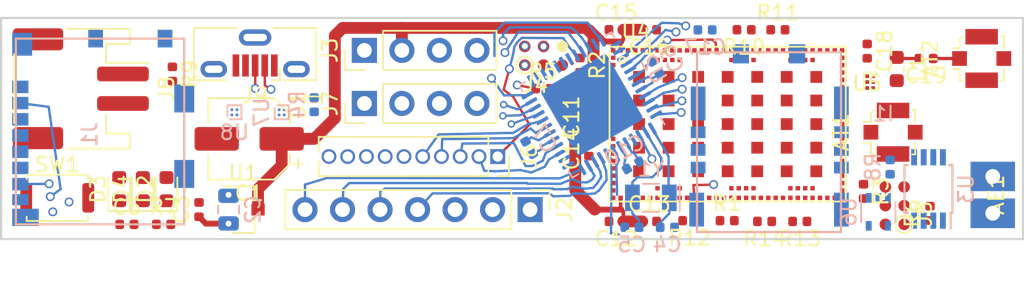
<source format=kicad_pcb>
(kicad_pcb (version 20171130) (host pcbnew "(5.1.5)-3")
  (title_block (title "Monash BoSL Board") (date 2020-11-27) (rev 0.4.2))
  (layers (0 F.Cu signal) (1 In1.Cu signal) (2 In2.Cu signal) (31 B.Cu signal) (34 B.Paste user) (35 F.Paste user) (36 B.SilkS user) (37 F.SilkS user) (38 B.Mask user) (39 F.Mask user) (44 Edge.Cuts user))
  (net 0 "")
  (net 1 V_3.3)
  (net 2 VPP)
  (net 3 SD_MISO)
  (net 4 "Net-(D1-Pad2)")
  (net 5 USB_V)
  (net 6 "Net-(I1-Pad6)")
  (net 7 "Net-(I1-Pad2)")
  (net 8 "Net-(I1-Pad3)")
  (net 9 SD_CS)
  (net 10 SD_MOSI)
  (net 11 RX)
  (net 12 TX)
  (net 13 SD_SCLK)
  (net 14 A0)
  (net 15 A1)
  (net 16 A2)
  (net 17 A3)
  (net 18 D7)
  (net 19 SDA)
  (net 20 SCL)
  (net 21 AREF)
  (net 22 D6)
  (net 23 USB_DM)
  (net 24 USB_DP)
  (net 25 "Net-(AT2-Pad1)")
  (net 26 "Net-(I1-Pad5)")
  (net 27 D3)
  (net 28 D2)
  (net 29 "Net-(AE1-Pad2)")
  (net 30 "Net-(AE1-Pad1)")
  (net 31 "Net-(AT1-Pad1)")
  (net 32 "Net-(C5-Pad2)")
  (net 33 NFC_I)
  (net 34 VNFC)
  (net 35 "Net-(J1-Pad8)")
  (net 36 "Net-(J1-Pad1)")
  (net 37 "Net-(C4-Pad1)")
  (net 38 RST)
  (net 39 "Net-(C14-Pad2)")
  (net 40 "Net-(C17-Pad2)")
  (net 41 "Net-(C19-Pad2)")
  (net 42 USB_ID)
  (net 43 nRF_STAT)
  (net 44 nRF_PWR)
  (net 45 A6)
  (net 46 A5)
  (net 47 A4)
  (net 48 SWCLK)
  (net 49 "Net-(J4-Pad3)")
  (net 50 SWDIO)
  (net 51 "Net-(J5-Pad6)")
  (net 52 nRF_SWCLK)
  (net 53 "Net-(J5-Pad3)")
  (net 54 nRF_SWDIO)
  (net 55 D10)
  (net 56 D9)
  (net 57 D8)
  (net 58 D5)
  (net 59 D4)
  (net 60 D1)
  (net 61 "Net-(J9-Pad6)")
  (net 62 "Net-(L1-Pad2)")
  (net 63 nRF_EN)
  (net 64 nRF_RST)
  (net 65 "Net-(R13-Pad2)")
  (net 66 nRF_SW_EN)
  (net 67 "Net-(U3-Pad7)")
  (net 68 "Net-(U4-Pad67)")
  (net 69 "Net-(U4-Pad93)")
  (net 70 "Net-(U4-Pad105)")
  (net 71 "Net-(U4-Pad111)")
  (net 72 "Net-(U4-Pad109)")
  (net 73 "Net-(U4-Pad108)")
  (net 74 "Net-(U4-Pad107)")
  (net 75 "Net-(U4-Pad115)")
  (net 76 "Net-(U4-Pad114)")
  (net 77 "Net-(U4-Pad113)")
  (net 78 "Net-(U4-Pad104)")
  (net 79 "Net-(U4-Pad112)")
  (net 80 "Net-(U4-Pad110)")
  (net 81 "Net-(U4-Pad106)")
  (net 82 "Net-(U4-Pad119)")
  (net 83 "Net-(U4-Pad117)")
  (net 84 "Net-(U4-Pad116)")
  (net 85 "Net-(U4-Pad118)")
  (net 86 "Net-(U4-Pad122)")
  (net 87 "Net-(U4-Pad120)")
  (net 88 "Net-(U4-Pad121)")
  (net 89 "Net-(U4-Pad123)")
  (net 90 "Net-(U4-Pad126)")
  (net 91 "Net-(U4-Pad124)")
  (net 92 "Net-(U4-Pad125)")
  (net 93 "Net-(U4-Pad127)")
  (net 94 "Net-(U4-Pad51)")
  (net 95 "Net-(U4-Pad45)")
  (net 96 "Net-(U4-Pad40)")
  (net 97 "Net-(U4-Pad39)")
  (net 98 "Net-(U4-Pad38)")
  (net 99 "Net-(U4-Pad37)")
  (net 100 "Net-(U4-Pad35)")
  (net 101 "Net-(U4-Pad30)")
  (net 102 "Net-(U4-Pad29)")
  (net 103 "Net-(U4-Pad28)")
  (net 104 "Net-(U4-Pad26)")
  (net 105 "Net-(U4-Pad25)")
  (net 106 "Net-(U4-Pad24)")
  (net 107 "Net-(U4-Pad23)")
  (net 108 "Net-(U4-Pad53)")
  (net 109 "Net-(U4-Pad54)")
  (net 110 "Net-(U4-Pad55)")
  (net 111 "Net-(U4-Pad57)")
  (net 112 "Net-(U4-Pad58)")
  (net 113 "Net-(U4-Pad59)")
  (net 114 "Net-(U4-Pad64)")
  (net 115 "Net-(U4-Pad70)")
  (net 116 "Net-(U4-Pad71)")
  (net 117 "Net-(U4-Pad20)")
  (net 118 "Net-(U4-Pad16)")
  (net 119 "Net-(U4-Pad10)")
  (net 120 "Net-(U4-Pad2)")
  (net 121 "Net-(U4-Pad73)")
  (net 122 "Net-(U4-Pad86)")
  (net 123 "Net-(U4-Pad87)")
  (net 124 "Net-(U4-Pad88)")
  (net 125 "Net-(U4-Pad91)")
  (net 126 "Net-(U4-Pad92)")
  (net 127 "Net-(U4-Pad95)")
  (net 128 "Net-(U4-Pad96)")
  (net 129 "Net-(U4-Pad97)")
  (net 130 "Net-(U4-Pad99)")
  (net 131 "Net-(U4-Pad100)")
  (net 132 "Net-(U4-Pad4)")
  (net 133 "Net-(U4-Pad3)")
  (net 134 +BATT)
  (net 135 -BATT)
  (net 136 "Net-(D2-Pad2)")
  (net 137 "Net-(D3-Pad2)")
  (net 138 "Net-(D4-Pad2)")
  (net 139 "Net-(U4-Pad15)")
  (module SIMFootprints:TC2030_Pinless (layer F.Cu) (at 134.19 102.565)
    (fp_text reference J4 (at 2 2) (layer F.SilkS))
    (fp_text value SAMD_DBG)
    (pad 1 smd circle (at 1.27 0.635) (size 0.787 0.787) (layers F.Cu F.Paste F.Mask) (net 1 V_3.3))
    (pad 2 smd circle (at 1.27 -0.635) (size 0.787 0.787) (layers F.Cu F.Paste F.Mask) (net 50 SWDIO))
    (pad 3 smd circle (at 2.54 0.635) (size 0.787 0.787) (layers F.Cu F.Paste F.Mask) (net 49 "Net-(J4-Pad3)"))
    (pad 4 smd circle (at 2.54 -0.635) (size 0.787 0.787) (layers F.Cu F.Paste F.Mask) (net 48 SWCLK))
    (pad 5 smd circle (at 3.81 0.635) (size 0.787 0.787) (layers F.Cu F.Paste F.Mask) (net 135 -BATT))
    (pad "" connect circle (at 3.81 -0.635) (size 0.787 0.787) (layers F.SilkS))
  )
  (module SIMFootprints:nRF9160 (layer F.Cu) (at 149.2 107.2)
    (fp_text reference U4 (at -6.2 -6.3) (layer F.SilkS))
    (fp_text value NRF9160)
    (pad 105 smd rect (at -4.25 4.35) (size 0.3 0.3) (layers F.Cu F.Paste F.Mask) (net 70 "Net-(U4-Pad105)"))
    (pad 111 smd rect (at 1.75 4.35) (size 0.3 0.3) (layers F.Cu F.Paste F.Mask) (net 71 "Net-(U4-Pad111)"))
    (pad 109 smd rect (at 0.75 4.35) (size 0.3 0.3) (layers F.Cu F.Paste F.Mask) (net 72 "Net-(U4-Pad109)"))
    (pad 108 smd rect (at 0.25 4.35) (size 0.3 0.3) (layers F.Cu F.Paste F.Mask) (net 73 "Net-(U4-Pad108)"))
    (pad 107 smd rect (at -3.25 4.35) (size 0.3 0.3) (layers F.Cu F.Paste F.Mask) (net 74 "Net-(U4-Pad107)"))
    (pad 115 smd rect (at 5.75 4.35) (size 0.3 0.3) (layers F.Cu F.Paste F.Mask) (net 75 "Net-(U4-Pad115)"))
    (pad 114 smd rect (at 5.25 4.35) (size 0.3 0.3) (layers F.Cu F.Paste F.Mask) (net 76 "Net-(U4-Pad114)"))
    (pad 113 smd rect (at 4.75 4.35) (size 0.3 0.3) (layers F.Cu F.Paste F.Mask) (net 77 "Net-(U4-Pad113)"))
    (pad 104 smd rect (at -4.75 4.35) (size 0.3 0.3) (layers F.Cu F.Paste F.Mask) (net 78 "Net-(U4-Pad104)"))
    (pad 112 smd rect (at 4.25 4.35) (size 0.3 0.3) (layers F.Cu F.Paste F.Mask) (net 79 "Net-(U4-Pad112)"))
    (pad 110 smd rect (at 1.25 4.35) (size 0.3 0.3) (layers F.Cu F.Paste F.Mask) (net 80 "Net-(U4-Pad110)"))
    (pad 106 smd rect (at -3.75 4.35) (size 0.3 0.3) (layers F.Cu F.Paste F.Mask) (net 81 "Net-(U4-Pad106)"))
    (pad 119 smd rect (at 4.25 -4.35) (size 0.3 0.3) (layers F.Cu F.Paste F.Mask) (net 82 "Net-(U4-Pad119)"))
    (pad 117 smd rect (at 5.25 -4.35) (size 0.3 0.3) (layers F.Cu F.Paste F.Mask) (net 83 "Net-(U4-Pad117)"))
    (pad 116 smd rect (at 5.75 -4.35) (size 0.3 0.3) (layers F.Cu F.Paste F.Mask) (net 84 "Net-(U4-Pad116)"))
    (pad 118 smd rect (at 4.75 -4.35) (size 0.3 0.3) (layers F.Cu F.Paste F.Mask) (net 85 "Net-(U4-Pad118)"))
    (pad 122 smd rect (at 0.75 -4.35) (size 0.3 0.3) (layers F.Cu F.Paste F.Mask) (net 86 "Net-(U4-Pad122)"))
    (pad 120 smd rect (at 1.75 -4.35) (size 0.3 0.3) (layers F.Cu F.Paste F.Mask) (net 87 "Net-(U4-Pad120)"))
    (pad 121 smd rect (at 1.25 -4.35) (size 0.3 0.3) (layers F.Cu F.Paste F.Mask) (net 88 "Net-(U4-Pad121)"))
    (pad 123 smd rect (at 0.25 -4.35) (size 0.3 0.3) (layers F.Cu F.Paste F.Mask) (net 89 "Net-(U4-Pad123)"))
    (pad 126 smd rect (at -4.25 -4.35) (size 0.3 0.3) (layers F.Cu F.Paste F.Mask) (net 90 "Net-(U4-Pad126)"))
    (pad 124 smd rect (at -3.25 -4.35) (size 0.3 0.3) (layers F.Cu F.Paste F.Mask) (net 91 "Net-(U4-Pad124)"))
    (pad 125 smd rect (at -3.75 -4.35) (size 0.3 0.3) (layers F.Cu F.Paste F.Mask) (net 92 "Net-(U4-Pad125)"))
    (pad 127 smd rect (at -4.75 -4.35) (size 0.3 0.3) (layers F.Cu F.Paste F.Mask) (net 93 "Net-(U4-Pad127)"))
    (pad 52 smd rect (at 7.75 5) (size 0.3 0.3) (layers F.Cu F.Paste F.Mask) (net 135 -BATT))
    (pad 51 smd rect (at 7.25 5) (size 0.3 0.3) (layers F.Cu F.Paste F.Mask) (net 94 "Net-(U4-Pad51)"))
    (pad 50 smd rect (at 6.75 5) (size 0.3 0.3) (layers F.Cu F.Paste F.Mask) (net 135 -BATT))
    (pad 49 smd rect (at 6.25 5) (size 0.3 0.3) (layers F.Cu F.Paste F.Mask) (net 40 "Net-(C17-Pad2)"))
    (pad 48 smd rect (at 5.75 5) (size 0.3 0.3) (layers F.Cu F.Paste F.Mask) (net 6 "Net-(I1-Pad6)"))
    (pad 47 smd rect (at 5.25 5) (size 0.3 0.3) (layers F.Cu F.Paste F.Mask) (net 135 -BATT))
    (pad 46 smd rect (at 4.75 5) (size 0.3 0.3) (layers F.Cu F.Paste F.Mask) (net 8 "Net-(I1-Pad3)"))
    (pad 45 smd rect (at 4.25 5) (size 0.3 0.3) (layers F.Cu F.Paste F.Mask) (net 95 "Net-(U4-Pad45)"))
    (pad 44 smd rect (at 3.75 5) (size 0.3 0.3) (layers F.Cu F.Paste F.Mask) (net 135 -BATT))
    (pad 43 smd rect (at 3.25 5) (size 0.3 0.3) (layers F.Cu F.Paste F.Mask) (net 7 "Net-(I1-Pad2)"))
    (pad 42 smd rect (at 2.75 5) (size 0.3 0.3) (layers F.Cu F.Paste F.Mask) (net 65 "Net-(R13-Pad2)"))
    (pad 41 smd rect (at 2.25 5) (size 0.3 0.3) (layers F.Cu F.Paste F.Mask) (net 135 -BATT))
    (pad 40 smd rect (at 1.75 5) (size 0.3 0.3) (layers F.Cu F.Paste F.Mask) (net 96 "Net-(U4-Pad40)"))
    (pad 39 smd rect (at 1.25 5) (size 0.3 0.3) (layers F.Cu F.Paste F.Mask) (net 97 "Net-(U4-Pad39)"))
    (pad 38 smd rect (at 0.75 5) (size 0.3 0.3) (layers F.Cu F.Paste F.Mask) (net 98 "Net-(U4-Pad38)"))
    (pad 37 smd rect (at 0.25 5) (size 0.3 0.3) (layers F.Cu F.Paste F.Mask) (net 99 "Net-(U4-Pad37)"))
    (pad 36 smd rect (at -0.25 5) (size 0.3 0.3) (layers F.Cu F.Paste F.Mask) (net 135 -BATT))
    (pad 35 smd rect (at -0.75 5) (size 0.3 0.3) (layers F.Cu F.Paste F.Mask) (net 100 "Net-(U4-Pad35)"))
    (pad 34 smd rect (at -1.25 5) (size 0.3 0.3) (layers F.Cu F.Paste F.Mask) (net 54 nRF_SWDIO))
    (pad 33 smd rect (at -1.75 5) (size 0.3 0.3) (layers F.Cu F.Paste F.Mask) (net 52 nRF_SWCLK))
    (pad 32 smd rect (at -2.25 5) (size 0.3 0.3) (layers F.Cu F.Paste F.Mask) (net 64 nRF_RST))
    (pad 31 smd rect (at -2.75 5) (size 0.3 0.3) (layers F.Cu F.Paste F.Mask) (net 135 -BATT))
    (pad 30 smd rect (at -3.25 5) (size 0.3 0.3) (layers F.Cu F.Paste F.Mask) (net 101 "Net-(U4-Pad30)"))
    (pad 29 smd rect (at -3.75 5) (size 0.3 0.3) (layers F.Cu F.Paste F.Mask) (net 102 "Net-(U4-Pad29)"))
    (pad 28 smd rect (at -4.25 5) (size 0.3 0.3) (layers F.Cu F.Paste F.Mask) (net 103 "Net-(U4-Pad28)"))
    (pad 27 smd rect (at -4.75 5) (size 0.3 0.3) (layers F.Cu F.Paste F.Mask) (net 135 -BATT))
    (pad 26 smd rect (at -5.25 5) (size 0.3 0.3) (layers F.Cu F.Paste F.Mask) (net 104 "Net-(U4-Pad26)"))
    (pad 25 smd rect (at -5.75 5) (size 0.3 0.3) (layers F.Cu F.Paste F.Mask) (net 105 "Net-(U4-Pad25)"))
    (pad 24 smd rect (at -6.25 5) (size 0.3 0.3) (layers F.Cu F.Paste F.Mask) (net 106 "Net-(U4-Pad24)"))
    (pad 23 smd rect (at -6.75 5) (size 0.3 0.3) (layers F.Cu F.Paste F.Mask) (net 107 "Net-(U4-Pad23)"))
    (pad 22 smd rect (at -7.25 5) (size 0.3 0.3) (layers F.Cu F.Paste F.Mask) (net 2 VPP))
    (pad 53 smd rect (at 7.75 4.5) (size 0.3 0.3) (layers F.Cu F.Paste F.Mask) (net 108 "Net-(U4-Pad53)"))
    (pad 54 smd rect (at 7.75 4) (size 0.3 0.3) (layers F.Cu F.Paste F.Mask) (net 109 "Net-(U4-Pad54)"))
    (pad 55 smd rect (at 7.75 3.5) (size 0.3 0.3) (layers F.Cu F.Paste F.Mask) (net 110 "Net-(U4-Pad55)"))
    (pad 56 smd rect (at 7.75 3) (size 0.3 0.3) (layers F.Cu F.Paste F.Mask) (net 135 -BATT))
    (pad 57 smd rect (at 7.75 2.5) (size 0.3 0.3) (layers F.Cu F.Paste F.Mask) (net 111 "Net-(U4-Pad57)"))
    (pad 58 smd rect (at 7.75 2) (size 0.3 0.3) (layers F.Cu F.Paste F.Mask) (net 112 "Net-(U4-Pad58)"))
    (pad 59 smd rect (at 7.75 1.5) (size 0.3 0.3) (layers F.Cu F.Paste F.Mask) (net 113 "Net-(U4-Pad59)"))
    (pad 60 smd rect (at 7.75 1) (size 0.3 0.3) (layers F.Cu F.Paste F.Mask) (net 135 -BATT))
    (pad 61 smd rect (at 7.75 0.5) (size 0.3 0.3) (layers F.Cu F.Paste F.Mask) (net 31 "Net-(AT1-Pad1)"))
    (pad 62 smd rect (at 7.75 0) (size 0.3 0.3) (layers F.Cu F.Paste F.Mask) (net 135 -BATT))
    (pad 63 smd rect (at 7.75 -0.5) (size 0.3 0.3) (layers F.Cu F.Paste F.Mask) (net 135 -BATT))
    (pad 64 smd rect (at 7.75 -1) (size 0.3 0.3) (layers F.Cu F.Paste F.Mask) (net 114 "Net-(U4-Pad64)"))
    (pad 65 smd rect (at 7.75 -1.5) (size 0.3 0.3) (layers F.Cu F.Paste F.Mask) (net 135 -BATT))
    (pad 66 smd rect (at 7.75 -2) (size 0.3 0.3) (layers F.Cu F.Paste F.Mask) (net 135 -BATT))
    (pad 67 smd rect (at 7.75 -2.5) (size 0.3 0.3) (layers F.Cu F.Paste F.Mask) (net 68 "Net-(U4-Pad67)"))
    (pad 68 smd rect (at 7.75 -3) (size 0.3 0.3) (layers F.Cu F.Paste F.Mask) (net 135 -BATT))
    (pad 69 smd rect (at 7.75 -3.5) (size 0.3 0.3) (layers F.Cu F.Paste F.Mask) (net 135 -BATT))
    (pad 70 smd rect (at 7.75 -4) (size 0.3 0.3) (layers F.Cu F.Paste F.Mask) (net 115 "Net-(U4-Pad70)"))
    (pad 71 smd rect (at 7.75 -4.5) (size 0.3 0.3) (layers F.Cu F.Paste F.Mask) (net 116 "Net-(U4-Pad71)"))
    (pad 21 smd rect (at -7.75 5) (size 0.3 0.3) (layers F.Cu F.Paste F.Mask) (net 135 -BATT))
    (pad 20 smd rect (at -7.75 4.5) (size 0.3 0.3) (layers F.Cu F.Paste F.Mask) (net 117 "Net-(U4-Pad20)"))
    (pad 19 smd rect (at -7.75 4) (size 0.3 0.3) (layers F.Cu F.Paste F.Mask) (net 12 TX))
    (pad 18 smd rect (at -7.75 3.5) (size 0.3 0.3) (layers F.Cu F.Paste F.Mask) (net 11 RX))
    (pad 17 smd rect (at -7.75 3) (size 0.3 0.3) (layers F.Cu F.Paste F.Mask) (net 135 -BATT))
    (pad 16 smd rect (at -7.75 2.5) (size 0.3 0.3) (layers F.Cu F.Paste F.Mask) (net 118 "Net-(U4-Pad16)"))
    (pad 15 smd rect (at -7.75 2) (size 0.3 0.3) (layers F.Cu F.Paste F.Mask) (net 139 "Net-(U4-Pad15)"))
    (pad 14 smd rect (at -7.75 1.5) (size 0.3 0.3) (layers F.Cu F.Paste F.Mask) (net 135 -BATT))
    (pad 13 smd rect (at -7.75 1) (size 0.3 0.3) (layers F.Cu F.Paste F.Mask) (net 39 "Net-(C14-Pad2)"))
    (pad 12 smd rect (at -7.75 0.5) (size 0.3 0.3) (layers F.Cu F.Paste F.Mask) (net 1 V_3.3))
    (pad 11 smd rect (at -7.75 0) (size 0.3 0.3) (layers F.Cu F.Paste F.Mask) (net 135 -BATT))
    (pad 10 smd rect (at -7.75 -0.5) (size 0.3 0.3) (layers F.Cu F.Paste F.Mask) (net 119 "Net-(U4-Pad10)"))
    (pad 9 smd rect (at -7.75 -1) (size 0.3 0.3) (layers F.Cu F.Paste F.Mask) (net 135 -BATT))
    (pad 8 smd rect (at -7.75 -1.5) (size 0.3 0.3) (layers F.Cu F.Paste F.Mask) (net 135 -BATT))
    (pad 7 smd rect (at -7.75 -2) (size 0.3 0.3) (layers F.Cu F.Paste F.Mask) (net 135 -BATT))
    (pad 6 smd rect (at -7.75 -2.5) (size 0.3 0.3) (layers F.Cu F.Paste F.Mask) (net 135 -BATT))
    (pad 5 smd rect (at -7.75 -3) (size 0.3 0.3) (layers F.Cu F.Paste F.Mask) (net 135 -BATT))
    (pad 4 smd rect (at -7.75 -3.5) (size 0.3 0.3) (layers F.Cu F.Paste F.Mask) (net 132 "Net-(U4-Pad4)"))
    (pad 3 smd rect (at -7.75 -4) (size 0.3 0.3) (layers F.Cu F.Paste F.Mask) (net 133 "Net-(U4-Pad3)"))
    (pad 2 smd rect (at -7.75 -4.5) (size 0.3 0.3) (layers F.Cu F.Paste F.Mask) (net 120 "Net-(U4-Pad2)"))
    (pad 72 smd rect (at 7.75 -5) (size 0.3 0.3) (layers F.Cu F.Paste F.Mask) (net 135 -BATT))
    (pad 73 smd rect (at 7.25 -5) (size 0.3 0.3) (layers F.Cu F.Paste F.Mask) (net 121 "Net-(U4-Pad73)"))
    (pad 74 smd rect (at 6.75 -5) (size 0.3 0.3) (layers F.Cu F.Paste F.Mask) (net 135 -BATT))
    (pad 75 smd rect (at 6.25 -5) (size 0.3 0.3) (layers F.Cu F.Paste F.Mask) (net 135 -BATT))
    (pad 76 smd rect (at 5.75 -5) (size 0.3 0.3) (layers F.Cu F.Paste F.Mask) (net 135 -BATT))
    (pad 77 smd rect (at 5.25 -5) (size 0.3 0.3) (layers F.Cu F.Paste F.Mask) (net 135 -BATT))
    (pad 78 smd rect (at 4.75 -5) (size 0.3 0.3) (layers F.Cu F.Paste F.Mask) (net 135 -BATT))
    (pad 79 smd rect (at 4.25 -5) (size 0.3 0.3) (layers F.Cu F.Paste F.Mask) (net 135 -BATT))
    (pad 80 smd rect (at 3.75 -5) (size 0.3 0.3) (layers F.Cu F.Paste F.Mask) (net 135 -BATT))
    (pad 81 smd rect (at 3.25 -5) (size 0.3 0.3) (layers F.Cu F.Paste F.Mask) (net 135 -BATT))
    (pad 82 smd rect (at 2.75 -5) (size 0.3 0.3) (layers F.Cu F.Paste F.Mask) (net 135 -BATT))
    (pad 83 smd rect (at 2.25 -5) (size 0.3 0.3) (layers F.Cu F.Paste F.Mask) (net 44 nRF_PWR))
    (pad 84 smd rect (at 1.75 -5) (size 0.3 0.3) (layers F.Cu F.Paste F.Mask) (net 43 nRF_STAT))
    (pad 85 smd rect (at 1.25 -5) (size 0.3 0.3) (layers F.Cu F.Paste F.Mask) (net 135 -BATT))
    (pad 86 smd rect (at 0.75 -5) (size 0.3 0.3) (layers F.Cu F.Paste F.Mask) (net 122 "Net-(U4-Pad86)"))
    (pad 87 smd rect (at 0.25 -5) (size 0.3 0.3) (layers F.Cu F.Paste F.Mask) (net 123 "Net-(U4-Pad87)"))
    (pad 88 smd rect (at -0.25 -5) (size 0.3 0.3) (layers F.Cu F.Paste F.Mask) (net 124 "Net-(U4-Pad88)"))
    (pad 89 smd rect (at -0.75 -5) (size 0.3 0.3) (layers F.Cu F.Paste F.Mask) (net 66 nRF_SW_EN))
    (pad 90 smd rect (at -1.25 -5) (size 0.3 0.3) (layers F.Cu F.Paste F.Mask) (net 135 -BATT))
    (pad 91 smd rect (at -1.75 -5) (size 0.3 0.3) (layers F.Cu F.Paste F.Mask) (net 125 "Net-(U4-Pad91)"))
    (pad 92 smd rect (at -2.25 -5) (size 0.3 0.3) (layers F.Cu F.Paste F.Mask) (net 126 "Net-(U4-Pad92)"))
    (pad 93 smd rect (at -2.75 -5) (size 0.3 0.3) (layers F.Cu F.Paste F.Mask) (net 69 "Net-(U4-Pad93)"))
    (pad 94 smd rect (at -3.25 -5) (size 0.3 0.3) (layers F.Cu F.Paste F.Mask) (net 135 -BATT))
    (pad 95 smd rect (at -3.75 -5 90) (size 0.3 0.3) (layers F.Cu F.Paste F.Mask) (net 127 "Net-(U4-Pad95)"))
    (pad 96 smd rect (at -4.25 -5) (size 0.3 0.3) (layers F.Cu F.Paste F.Mask) (net 128 "Net-(U4-Pad96)"))
    (pad 97 smd rect (at -4.75 -5) (size 0.3 0.3) (layers F.Cu F.Paste F.Mask) (net 129 "Net-(U4-Pad97)"))
    (pad 98 smd rect (at -5.25 -5) (size 0.3 0.3) (layers F.Cu F.Paste F.Mask) (net 135 -BATT))
    (pad 99 smd rect (at -5.75 -5) (size 0.3 0.3) (layers F.Cu F.Paste F.Mask) (net 130 "Net-(U4-Pad99)"))
    (pad 100 smd rect (at -6.25 -5) (size 0.3 0.3) (layers F.Cu F.Paste F.Mask) (net 131 "Net-(U4-Pad100)"))
    (pad 101 smd rect (at -6.75 -5) (size 0.3 0.3) (layers F.Cu F.Paste F.Mask) (net 63 nRF_EN))
    (pad 102 smd rect (at -7.25 -5) (size 0.3 0.3) (layers F.Cu F.Paste F.Mask) (net 2 VPP))
    (pad 1 smd rect (at -7.75 -5) (size 0.3 0.3) (layers F.Cu F.Paste F.Mask) (net 135 -BATT))
    (pad 103 smd rect (at 6 3.2) (size 0.8 0.8) (layers F.Cu F.Paste F.Mask) (net 135 -BATT))
    (pad 103 smd rect (at 4 3.2) (size 0.8 0.8) (layers F.Cu F.Paste F.Mask) (net 135 -BATT))
    (pad 103 smd rect (at 2 3.2) (size 0.8 0.8) (layers F.Cu F.Paste F.Mask) (net 135 -BATT))
    (pad 103 smd rect (at 0 3.2) (size 0.8 0.8) (layers F.Cu F.Paste F.Mask) (net 135 -BATT))
    (pad 103 smd rect (at -2 3.2) (size 0.8 0.8) (layers F.Cu F.Paste F.Mask) (net 135 -BATT))
    (pad 103 smd rect (at -4 3.2) (size 0.8 0.8) (layers F.Cu F.Paste F.Mask) (net 135 -BATT))
    (pad 103 smd rect (at -6 3.2) (size 0.8 0.8) (layers F.Cu F.Paste F.Mask) (net 135 -BATT))
    (pad 103 smd rect (at 6 1.6) (size 0.8 0.8) (layers F.Cu F.Paste F.Mask) (net 135 -BATT))
    (pad 103 smd rect (at 4 1.6) (size 0.8 0.8) (layers F.Cu F.Paste F.Mask) (net 135 -BATT))
    (pad 103 smd rect (at 2 1.6) (size 0.8 0.8) (layers F.Cu F.Paste F.Mask) (net 135 -BATT))
    (pad 103 smd rect (at 0 1.6) (size 0.8 0.8) (layers F.Cu F.Paste F.Mask) (net 135 -BATT))
    (pad 103 smd rect (at -2 1.6) (size 0.8 0.8) (layers F.Cu F.Paste F.Mask) (net 135 -BATT))
    (pad 103 smd rect (at -4 1.6) (size 0.8 0.8) (layers F.Cu F.Paste F.Mask) (net 135 -BATT))
    (pad 103 smd rect (at -6 1.6) (size 0.8 0.8) (layers F.Cu F.Paste F.Mask) (net 135 -BATT))
    (pad 103 smd rect (at 6 0) (size 0.8 0.8) (layers F.Cu F.Paste F.Mask) (net 135 -BATT))
    (pad 103 smd rect (at 4 0) (size 0.8 0.8) (layers F.Cu F.Paste F.Mask) (net 135 -BATT))
    (pad 103 smd rect (at 2 0) (size 0.8 0.8) (layers F.Cu F.Paste F.Mask) (net 135 -BATT))
    (pad 103 smd rect (at 0 0) (size 0.8 0.8) (layers F.Cu F.Paste F.Mask) (net 135 -BATT))
    (pad 103 smd rect (at -2 0) (size 0.8 0.8) (layers F.Cu F.Paste F.Mask) (net 135 -BATT))
    (pad 103 smd rect (at -4 0) (size 0.8 0.8) (layers F.Cu F.Paste F.Mask) (net 135 -BATT))
    (pad 103 smd rect (at -6 0) (size 0.8 0.8) (layers F.Cu F.Paste F.Mask) (net 135 -BATT))
    (pad 103 smd rect (at 6 -1.6) (size 0.8 0.8) (layers F.Cu F.Paste F.Mask) (net 135 -BATT))
    (pad 103 smd rect (at 4 -1.6) (size 0.8 0.8) (layers F.Cu F.Paste F.Mask) (net 135 -BATT))
    (pad 103 smd rect (at 2 -1.6) (size 0.8 0.8) (layers F.Cu F.Paste F.Mask) (net 135 -BATT))
    (pad 103 smd rect (at 0 -1.6) (size 0.8 0.8) (layers F.Cu F.Paste F.Mask) (net 135 -BATT))
    (pad 103 smd rect (at -2 -1.6) (size 0.8 0.8) (layers F.Cu F.Paste F.Mask) (net 135 -BATT))
    (pad 103 smd rect (at -4 -1.6) (size 0.8 0.8) (layers F.Cu F.Paste F.Mask) (net 135 -BATT))
    (pad 103 smd rect (at -6 -1.6) (size 0.8 0.8) (layers F.Cu F.Paste F.Mask) (net 135 -BATT))
    (pad 103 smd rect (at 6 -3.2) (size 0.8 0.8) (layers F.Cu F.Paste F.Mask) (net 135 -BATT))
    (pad 103 smd rect (at 4 -3.2) (size 0.8 0.8) (layers F.Cu F.Paste F.Mask) (net 135 -BATT))
    (pad 103 smd rect (at 2 -3.2) (size 0.8 0.8) (layers F.Cu F.Paste F.Mask) (net 135 -BATT))
    (pad 103 smd rect (at 0 -3.2) (size 0.8 0.8) (layers F.Cu F.Paste F.Mask) (net 135 -BATT))
    (pad 103 smd rect (at -2 -3.2) (size 0.8 0.8) (layers F.Cu F.Paste F.Mask) (net 135 -BATT))
    (pad 103 smd rect (at -4 -3.2) (size 0.8 0.8) (layers F.Cu F.Paste F.Mask) (net 135 -BATT))
    (pad 103 smd rect (at -6 -3.2) (size 0.8 0.8) (layers F.Cu F.Paste F.Mask) (net 135 -BATT))
  )
  (module Connector_PinSocket_1.27mm:PinSocket_1x10_P1.27mm_Vertical (layer F.Cu) (at 133.63 109.4 270)
    (fp_text reference J6 (at 0 -2.135 90) (layer F.SilkS))
    (fp_text value Conn_01x10)
    (pad 10 thru_hole oval (at 0 11.43 270) (size 1 1) (drill 0.7) (layers *.Cu *.Mask) (net 55 D10))
    (pad 9 thru_hole oval (at 0 10.16 270) (size 1 1) (drill 0.7) (layers *.Cu *.Mask) (net 56 D9))
    (pad 8 thru_hole oval (at 0 8.89 270) (size 1 1) (drill 0.7) (layers *.Cu *.Mask) (net 57 D8))
    (pad 7 thru_hole oval (at 0 7.62 270) (size 1 1) (drill 0.7) (layers *.Cu *.Mask) (net 18 D7))
    (pad 6 thru_hole oval (at 0 6.35 270) (size 1 1) (drill 0.7) (layers *.Cu *.Mask) (net 22 D6))
    (pad 5 thru_hole oval (at 0 5.08 270) (size 1 1) (drill 0.7) (layers *.Cu *.Mask) (net 58 D5))
    (pad 4 thru_hole oval (at 0 3.81 270) (size 1 1) (drill 0.7) (layers *.Cu *.Mask) (net 59 D4))
    (pad 3 thru_hole oval (at 0 2.54 270) (size 1 1) (drill 0.7) (layers *.Cu *.Mask) (net 27 D3))
    (pad 2 thru_hole oval (at 0 1.27 270) (size 1 1) (drill 0.7) (layers *.Cu *.Mask) (net 28 D2))
    (pad 1 thru_hole rect (at 0 0 270) (size 1 1) (drill 0.7) (layers *.Cu *.Mask) (net 60 D1))
  )
  (module Connector_JST:JST_PH_S2B-PH-SM4-TB_1x02-1MP_P2.00mm_Horizontal (layer F.Cu) (at 105.4 104.8 270)
    (fp_text reference J8 (at 0 -5.8 90) (layer F.SilkS))
    (fp_text value Jack-DC)
    (pad MP smd roundrect (at 3.35 2.9 270) (size 1.5 3.4) (layers F.Cu F.Paste F.Mask) (roundrect_rratio 0.166667))
    (pad MP smd roundrect (at -3.35 2.9 270) (size 1.5 3.4) (layers F.Cu F.Paste F.Mask) (roundrect_rratio 0.166667))
    (pad 2 smd roundrect (at 1 -2.85 270) (size 1 3.5) (layers F.Cu F.Paste F.Mask) (net 135 -BATT))
    (pad 1 smd roundrect (at -1 -2.85 270) (size 1 3.5) (layers F.Cu F.Paste F.Mask) (net 134 +BATT))
  )
  (module Package_BGA:WLP-4_0.73x0.73mm_Layout2x2_P0.35mm_Ball0.22mm_Pad0.2mm_NSMD (layer B.Cu) (at 115.8 106.4)
    (fp_text reference U8 (at 0 1.364 180) (layer B.SilkS) (effects (justify mirror)))
    (fp_text value MAX40203ANS)
    (pad A1 smd circle (at -0.175 0.175) (size 0.2 0.2) (layers B.Cu B.Paste B.Mask) (net 134 +BATT))
    (pad A2 smd circle (at 0.175 0.175) (size 0.2 0.2) (layers B.Cu B.Paste B.Mask) (net 2 VPP))
    (pad B1 smd circle (at -0.175 -0.175) (size 0.2 0.2) (layers B.Cu B.Paste B.Mask) (net 134 +BATT))
    (pad B2 smd circle (at 0.175 -0.175) (size 0.2 0.2) (layers B.Cu B.Paste B.Mask) (net 135 -BATT))
  )
  (module Package_BGA:WLP-4_0.73x0.73mm_Layout2x2_P0.35mm_Ball0.22mm_Pad0.2mm_NSMD (layer B.Cu) (at 119 106.4 270)
    (fp_text reference U7 (at 0 1.364 270) (layer B.SilkS) (effects (justify mirror)))
    (fp_text value MAX40203ANS)
    (pad A1 smd circle (at -0.175 0.175 270) (size 0.2 0.2) (layers B.Cu B.Paste B.Mask) (net 5 USB_V))
    (pad A2 smd circle (at 0.175 0.175 270) (size 0.2 0.2) (layers B.Cu B.Paste B.Mask) (net 2 VPP))
    (pad B1 smd circle (at -0.175 -0.175 270) (size 0.2 0.2) (layers B.Cu B.Paste B.Mask) (net 5 USB_V))
    (pad B2 smd circle (at 0.175 -0.175 270) (size 0.2 0.2) (layers B.Cu B.Paste B.Mask) (net 135 -BATT))
  )
  (module Crystal:Crystal_SMD_EuroQuartz_EQ161-2Pin_3.2x1.5mm (layer B.Cu) (at 144 112.2 180)
    (fp_text reference Y1 (at 0 1.95 180) (layer B.SilkS) (effects (justify mirror)))
    (fp_text value 32.768kHz)
    (pad 2 smd rect (at 1.25 0 180) (size 1 1.8) (layers B.Cu B.Paste B.Mask) (net 32 "Net-(C5-Pad2)"))
    (pad 1 smd rect (at -1.25 0 180) (size 1 1.8) (layers B.Cu B.Paste B.Mask) (net 37 "Net-(C4-Pad1)"))
  )
  (module Connector_PinHeader_2.54mm:PinHeader_1x04_P2.54mm_Vertical (layer F.Cu) (at 124.6 105.8 90)
    (fp_text reference J7 (at 0 -2.33 90) (layer F.SilkS))
    (fp_text value Conn_01x04)
    (pad 4 thru_hole oval (at 0 7.62 90) (size 1.7 1.7) (drill 1) (layers *.Cu *.Mask) (net 20 SCL))
    (pad 3 thru_hole oval (at 0 5.08 90) (size 1.7 1.7) (drill 1) (layers *.Cu *.Mask) (net 19 SDA))
    (pad 2 thru_hole oval (at 0 2.54 90) (size 1.7 1.7) (drill 1) (layers *.Cu *.Mask) (net 135 -BATT))
    (pad 1 thru_hole rect (at 0 0 90) (size 1.7 1.7) (drill 1) (layers *.Cu *.Mask) (net 1 V_3.3))
  )
  (module Connector_PinHeader_2.54mm:PinHeader_1x04_P2.54mm_Vertical (layer F.Cu) (at 124.6 102.2 90)
    (fp_text reference J3 (at 0 -2.33 90) (layer F.SilkS))
    (fp_text value Conn_01x04)
    (pad 1 thru_hole rect (at 0 0 90) (size 1.7 1.7) (drill 1) (layers *.Cu *.Mask) (net 1 V_3.3))
    (pad 2 thru_hole oval (at 0 2.54 90) (size 1.7 1.7) (drill 1) (layers *.Cu *.Mask) (net 2 VPP))
    (pad 3 thru_hole oval (at 0 5.08 90) (size 1.7 1.7) (drill 1) (layers *.Cu *.Mask) (net 135 -BATT))
    (pad 4 thru_hole oval (at 0 7.62 90) (size 1.7 1.7) (drill 1) (layers *.Cu *.Mask) (net 135 -BATT))
  )
  (module Connector_PinHeader_2.54mm:PinHeader_1x07_P2.54mm_Vertical (layer F.Cu) (at 135.82 113 270)
    (fp_text reference J2 (at 0 -2.33 90) (layer F.SilkS))
    (fp_text value Conn_01x07)
    (pad 7 thru_hole oval (at 0 15.24 270) (size 1.7 1.7) (drill 1) (layers *.Cu *.Mask) (net 45 A6))
    (pad 6 thru_hole oval (at 0 12.7 270) (size 1.7 1.7) (drill 1) (layers *.Cu *.Mask) (net 46 A5))
    (pad 5 thru_hole oval (at 0 10.16 270) (size 1.7 1.7) (drill 1) (layers *.Cu *.Mask) (net 47 A4))
    (pad 4 thru_hole oval (at 0 7.62 270) (size 1.7 1.7) (drill 1) (layers *.Cu *.Mask) (net 17 A3))
    (pad 3 thru_hole oval (at 0 5.08 270) (size 1.7 1.7) (drill 1) (layers *.Cu *.Mask) (net 16 A2))
    (pad 2 thru_hole oval (at 0 2.54 270) (size 1.7 1.7) (drill 1) (layers *.Cu *.Mask) (net 15 A1))
    (pad 1 thru_hole rect (at 0 0 270) (size 1.7 1.7) (drill 1) (layers *.Cu *.Mask) (net 14 A0))
  )
  (module SIMFootprints:TC2030_Pinless (layer F.Cu) (at 160.515 115.27 90)
    (fp_text reference J5 (at 2 2 90) (layer F.SilkS))
    (fp_text value nRF_DBG)
    (pad 1 smd circle (at 1.27 0.635 90) (size 0.787 0.787) (layers F.Cu F.Paste F.Mask) (net 1 V_3.3))
    (pad 2 smd circle (at 1.27 -0.635 90) (size 0.787 0.787) (layers F.Cu F.Paste F.Mask) (net 54 nRF_SWDIO))
    (pad 3 smd circle (at 2.54 0.635 90) (size 0.787 0.787) (layers F.Cu F.Paste F.Mask) (net 53 "Net-(J5-Pad3)"))
    (pad 4 smd circle (at 2.54 -0.635 90) (size 0.787 0.787) (layers F.Cu F.Paste F.Mask) (net 52 nRF_SWCLK))
    (pad 5 smd circle (at 3.81 0.635 90) (size 0.787 0.787) (layers F.Cu F.Paste F.Mask) (net 135 -BATT))
    (pad 6 smd circle (at 3.81 -0.635 90) (size 0.787 0.787) (layers F.Cu F.Paste F.Mask) (net 51 "Net-(J5-Pad6)"))
  )
  (module Package_TO_SOT_SMD:SOT-353_SC-70-5 (layer B.Cu) (at 159.4 113.15 270)
    (fp_text reference U6 (at 0 2 270) (layer B.SilkS) (effects (justify mirror)))
    (fp_text value MSQA6V1W5T2G)
    (pad 5 smd rect (at 0.95 0.65 270) (size 0.65 0.4) (layers B.Cu B.Paste B.Mask) (net 40 "Net-(C17-Pad2)"))
    (pad 4 smd rect (at 0.95 -0.65 270) (size 0.65 0.4) (layers B.Cu B.Paste B.Mask) (net 6 "Net-(I1-Pad6)"))
    (pad 2 smd rect (at -0.95 0 270) (size 0.65 0.4) (layers B.Cu B.Paste B.Mask) (net 135 -BATT))
    (pad 3 smd rect (at -0.95 -0.65 270) (size 0.65 0.4) (layers B.Cu B.Paste B.Mask) (net 8 "Net-(I1-Pad3)"))
    (pad 1 smd rect (at -0.95 0.65 270) (size 0.65 0.4) (layers B.Cu B.Paste B.Mask) (net 7 "Net-(I1-Pad2)"))
  )
  (module SIMFootprints:TSNP-6-2 (layer F.Cu) (at 158.65 103.95)
    (fp_text reference U5 (at 0 0.5) (layer F.SilkS))
    (fp_text value BGA524N6)
    (pad 4 smd rect (at 0.4 0.8) (size 0.25 0.25) (layers F.Cu F.Paste F.Mask) (net 135 -BATT))
    (pad 3 smd rect (at 0 0.8) (size 0.25 0.25) (layers F.Cu F.Paste F.Mask) (net 68 "Net-(U4-Pad67)"))
    (pad 5 smd rect (at 0.4 0.4) (size 0.25 0.25) (layers F.Cu F.Paste F.Mask) (net 62 "Net-(L1-Pad2)"))
    (pad 2 smd rect (at 0 0.4) (size 0.25 0.25) (layers F.Cu F.Paste F.Mask) (net 1 V_3.3))
    (pad 6 smd rect (at 0.4 0 90) (size 0.25 0.25) (layers F.Cu F.Paste F.Mask) (net 69 "Net-(U4-Pad93)"))
    (pad 1 smd rect (at 0 0) (size 0.25 0.25) (layers F.Cu F.Paste F.Mask) (net 135 -BATT))
  )
  (module Package_SO:TSSOP-8_3x3mm_P0.65mm (layer B.Cu) (at 162.8 111.6 90)
    (fp_text reference U3 (at 0 2.55 90) (layer B.SilkS) (effects (justify mirror)))
    (fp_text value NT3H2111W0FTT)
    (pad 8 smd rect (at 2.15 0.975 90) (size 1.1 0.4) (layers B.Cu B.Paste B.Mask) (net 30 "Net-(AE1-Pad1)"))
    (pad 7 smd rect (at 2.15 0.325 90) (size 1.1 0.4) (layers B.Cu B.Paste B.Mask) (net 67 "Net-(U3-Pad7)"))
    (pad 6 smd rect (at 2.15 -0.325 90) (size 1.1 0.4) (layers B.Cu B.Paste B.Mask) (net 34 VNFC))
    (pad 5 smd rect (at 2.15 -0.975 90) (size 1.1 0.4) (layers B.Cu B.Paste B.Mask) (net 19 SDA))
    (pad 4 smd rect (at -2.15 -0.975 90) (size 1.1 0.4) (layers B.Cu B.Paste B.Mask) (net 33 NFC_I))
    (pad 3 smd rect (at -2.15 -0.325 90) (size 1.1 0.4) (layers B.Cu B.Paste B.Mask) (net 20 SCL))
    (pad 2 smd rect (at -2.15 0.325 90) (size 1.1 0.4) (layers B.Cu B.Paste B.Mask) (net 135 -BATT))
    (pad 1 smd rect (at -2.15 0.975 90) (size 1.1 0.4) (layers B.Cu B.Paste B.Mask) (net 29 "Net-(AE1-Pad2)"))
  )
  (module Package_DFN_QFN:QFN-48-1EP_7x7mm_P0.5mm_EP5.15x5.15mm (layer B.Cu) (at 140.001962 105.89968 120)
    (fp_text reference U2 (at 0 4.82 300) (layer B.SilkS) (effects (justify mirror)))
    (fp_text value ATSAMD21G18A-MUT)
    (pad 48 smd roundrect (at -2.75 3.4375 120) (size 0.25 0.875) (layers B.Cu B.Paste B.Mask) (net 16 A2))
    (pad 47 smd roundrect (at -2.25 3.4375 120) (size 0.25 0.875) (layers B.Cu B.Paste B.Mask) (net 15 A1))
    (pad 46 smd roundrect (at -1.75 3.4375 120) (size 0.25 0.875) (layers B.Cu B.Paste B.Mask) (net 50 SWDIO))
    (pad 45 smd roundrect (at -1.25 3.4375 120) (size 0.25 0.875) (layers B.Cu B.Paste B.Mask) (net 48 SWCLK))
    (pad 44 smd roundrect (at -0.75 3.4375 120) (size 0.25 0.875) (layers B.Cu B.Paste B.Mask) (net 1 V_3.3))
    (pad 43 smd roundrect (at -0.25 3.4375 120) (size 0.25 0.875) (layers B.Cu B.Paste B.Mask) (net 1 V_3.3))
    (pad 42 smd roundrect (at 0.25 3.4375 120) (size 0.25 0.875) (layers B.Cu B.Paste B.Mask) (net 135 -BATT))
    (pad 41 smd roundrect (at 0.75 3.4375 120) (size 0.25 0.875) (layers B.Cu B.Paste B.Mask) (net 66 nRF_SW_EN))
    (pad 40 smd roundrect (at 1.25 3.4375 120) (size 0.25 0.875) (layers B.Cu B.Paste B.Mask) (net 38 RST))
    (pad 39 smd roundrect (at 1.75 3.4375 120) (size 0.25 0.875) (layers B.Cu B.Paste B.Mask) (net 64 nRF_RST))
    (pad 38 smd roundrect (at 2.25 3.4375 120) (size 0.25 0.875) (layers B.Cu B.Paste B.Mask) (net 11 RX))
    (pad 37 smd roundrect (at 2.75 3.4375 120) (size 0.25 0.875) (layers B.Cu B.Paste B.Mask) (net 12 TX))
    (pad 36 smd roundrect (at 3.4375 2.75 120) (size 0.875 0.25) (layers B.Cu B.Paste B.Mask) (net 1 V_3.3))
    (pad 35 smd roundrect (at 3.4375 2.25 120) (size 0.875 0.25) (layers B.Cu B.Paste B.Mask) (net 135 -BATT))
    (pad 34 smd roundrect (at 3.4375 1.75 120) (size 0.875 0.25) (layers B.Cu B.Paste B.Mask) (net 24 USB_DP))
    (pad 33 smd roundrect (at 3.4375 1.25 120) (size 0.875 0.25) (layers B.Cu B.Paste B.Mask) (net 23 USB_DM))
    (pad 32 smd roundrect (at 3.4375 0.75 120) (size 0.875 0.25) (layers B.Cu B.Paste B.Mask) (net 60 D1))
    (pad 31 smd roundrect (at 3.4375 0.25 120) (size 0.875 0.25) (layers B.Cu B.Paste B.Mask) (net 33 NFC_I))
    (pad 30 smd roundrect (at 3.4375 -0.25 120) (size 0.875 0.25) (layers B.Cu B.Paste B.Mask) (net 18 D7))
    (pad 29 smd roundrect (at 3.4375 -0.75 120) (size 0.875 0.25) (layers B.Cu B.Paste B.Mask) (net 22 D6))
    (pad 28 smd roundrect (at 3.4375 -1.25 120) (size 0.875 0.25) (layers B.Cu B.Paste B.Mask) (net 55 D10))
    (pad 27 smd roundrect (at 3.4375 -1.75 120) (size 0.875 0.25) (layers B.Cu B.Paste B.Mask) (net 4 "Net-(D1-Pad2)"))
    (pad 26 smd roundrect (at 3.4375 -2.25 120) (size 0.875 0.25) (layers B.Cu B.Paste B.Mask) (net 56 D9))
    (pad 25 smd roundrect (at 3.4375 -2.75 120) (size 0.875 0.25) (layers B.Cu B.Paste B.Mask) (net 57 D8))
    (pad 24 smd roundrect (at 2.75 -3.4375 120) (size 0.25 0.875) (layers B.Cu B.Paste B.Mask) (net 3 SD_MISO))
    (pad 23 smd roundrect (at 2.25 -3.4375 120) (size 0.25 0.875) (layers B.Cu B.Paste B.Mask) (net 9 SD_CS))
    (pad 22 smd roundrect (at 1.75 -3.4375 120) (size 0.25 0.875) (layers B.Cu B.Paste B.Mask) (net 13 SD_SCLK))
    (pad 21 smd roundrect (at 1.25 -3.4375 120) (size 0.25 0.875) (layers B.Cu B.Paste B.Mask) (net 10 SD_MOSI))
    (pad 20 smd roundrect (at 0.75 -3.4375 120) (size 0.25 0.875) (layers B.Cu B.Paste B.Mask) (net 58 D5))
    (pad 19 smd roundrect (at 0.25 -3.4375 120) (size 0.25 0.875) (layers B.Cu B.Paste B.Mask) (net 59 D4))
    (pad 18 smd roundrect (at -0.25 -3.4375 120) (size 0.25 0.875) (layers B.Cu B.Paste B.Mask) (net 135 -BATT))
    (pad 17 smd roundrect (at -0.75 -3.4375 120) (size 0.25 0.875) (layers B.Cu B.Paste B.Mask) (net 1 V_3.3))
    (pad 16 smd roundrect (at -1.25 -3.4375 120) (size 0.25 0.875) (layers B.Cu B.Paste B.Mask) (net 27 D3))
    (pad 15 smd roundrect (at -1.75 -3.4375 120) (size 0.25 0.875) (layers B.Cu B.Paste B.Mask) (net 28 D2))
    (pad 14 smd roundrect (at -2.25 -3.4375 120) (size 0.25 0.875) (layers B.Cu B.Paste B.Mask) (net 20 SCL))
    (pad 13 smd roundrect (at -2.75 -3.4375 120) (size 0.25 0.875) (layers B.Cu B.Paste B.Mask) (net 19 SDA))
    (pad 12 smd roundrect (at -3.4375 -2.75 120) (size 0.875 0.25) (layers B.Cu B.Paste B.Mask) (net 45 A6))
    (pad 11 smd roundrect (at -3.4375 -2.25 120) (size 0.875 0.25) (layers B.Cu B.Paste B.Mask) (net 46 A5))
    (pad 10 smd roundrect (at -3.4375 -1.75 120) (size 0.875 0.25) (layers B.Cu B.Paste B.Mask) (net 47 A4))
    (pad 9 smd roundrect (at -3.4375 -1.25 120) (size 0.875 0.25) (layers B.Cu B.Paste B.Mask) (net 17 A3))
    (pad 8 smd roundrect (at -3.4375 -0.75 120) (size 0.875 0.25) (layers B.Cu B.Paste B.Mask) (net 63 nRF_EN))
    (pad 7 smd roundrect (at -3.4375 -0.25 120) (size 0.875 0.25) (layers B.Cu B.Paste B.Mask) (net 34 VNFC))
    (pad 6 smd roundrect (at -3.4375 0.25 120) (size 0.875 0.25) (layers B.Cu B.Paste B.Mask) (net 1 V_3.3))
    (pad 5 smd roundrect (at -3.4375 0.75 120) (size 0.875 0.25) (layers B.Cu B.Paste B.Mask) (net 135 -BATT))
    (pad 4 smd roundrect (at -3.4375 1.25 120) (size 0.875 0.25) (layers B.Cu B.Paste B.Mask) (net 21 AREF))
    (pad 3 smd roundrect (at -3.4375 1.75 120) (size 0.875 0.25) (layers B.Cu B.Paste B.Mask) (net 14 A0))
    (pad 2 smd roundrect (at -3.4375 2.25 120) (size 0.875 0.25) (layers B.Cu B.Paste B.Mask) (net 32 "Net-(C5-Pad2)"))
    (pad 1 smd roundrect (at -3.4375 2.75 120) (size 0.875 0.25) (layers B.Cu B.Paste B.Mask) (net 37 "Net-(C4-Pad1)"))
    (pad 49 smd roundrect (at 0 0 120) (size 5.15 5.15) (layers B.Cu B.Mask) (roundrect_rratio 0.049) (net 135 -BATT))
  )
  (module Package_TO_SOT_SMD:SOT-23 (layer F.Cu) (at 116.4 113)
    (fp_text reference U1 (at 0 -2.5) (layer F.SilkS))
    (fp_text value MCP1700-3302E_SOT23)
    (pad 3 smd rect (at 1 0) (size 0.9 0.8) (layers F.Cu F.Paste F.Mask) (net 2 VPP))
    (pad 2 smd rect (at -1 0.95) (size 0.9 0.8) (layers F.Cu F.Paste F.Mask) (net 1 V_3.3))
    (pad 1 smd rect (at -1 -0.95) (size 0.9 0.8) (layers F.Cu F.Paste F.Mask) (net 135 -BATT))
  )
  (module Button_Switch_SMD:SW_Push_SPST_NO_Alps_SKRK (layer F.Cu) (at 103.8 112.2)
    (fp_text reference SW1 (at 0 -2.25) (layer F.SilkS))
    (fp_text value SPST)
    (pad 1 smd roundrect (at -2.1 0) (size 0.8 2) (layers F.Cu F.Paste F.Mask) (net 135 -BATT))
    (pad 2 smd roundrect (at 2.1 0) (size 0.8 2) (layers F.Cu F.Paste F.Mask) (net 38 RST))
  )
  (module Resistor_SMD:R_0402_1005Metric (layer F.Cu) (at 151.7 113.8 180)
    (fp_text reference R14 (at 0 -1.17) (layer F.SilkS))
    (fp_text value "18 kΩ")
    (pad 2 smd roundrect (at 0.485 0 180) (size 0.59 0.64) (layers F.Cu F.Paste F.Mask) (net 135 -BATT))
    (pad 1 smd roundrect (at -0.485 0 180) (size 0.59 0.64) (layers F.Cu F.Paste F.Mask) (net 65 "Net-(R13-Pad2)"))
  )
  (module Resistor_SMD:R_0402_1005Metric (layer F.Cu) (at 154.085 113.8 180)
    (fp_text reference R13 (at 0 -1.17) (layer F.SilkS))
    (fp_text value "10 kΩ")
    (pad 2 smd roundrect (at 0.485 0 180) (size 0.59 0.64) (layers F.Cu F.Paste F.Mask) (net 65 "Net-(R13-Pad2)"))
    (pad 1 smd roundrect (at -0.485 0 180) (size 0.59 0.64) (layers F.Cu F.Paste F.Mask) (net 5 USB_V))
  )
  (module Resistor_SMD:R_0402_1005Metric (layer F.Cu) (at 146.635 113.75 180)
    (fp_text reference R12 (at 0 -1.17) (layer F.SilkS))
    (fp_text value "10 kΩ")
    (pad 2 smd roundrect (at 0.485 0 180) (size 0.59 0.64) (layers F.Cu F.Paste F.Mask) (net 1 V_3.3))
    (pad 1 smd roundrect (at -0.485 0 180) (size 0.59 0.64) (layers F.Cu F.Paste F.Mask) (net 64 nRF_RST))
  )
  (module Resistor_SMD:R_0402_1005Metric (layer F.Cu) (at 152.6 100.8)
    (fp_text reference R11 (at 0 -1.17) (layer F.SilkS))
    (fp_text value "3.3 kΩ")
    (pad 2 smd roundrect (at 0.485 0) (size 0.59 0.64) (layers F.Cu F.Paste F.Mask) (net 138 "Net-(D4-Pad2)"))
    (pad 1 smd roundrect (at -0.485 0) (size 0.59 0.64) (layers F.Cu F.Paste F.Mask) (net 44 nRF_PWR))
  )
  (module Resistor_SMD:R_0402_1005Metric (layer F.Cu) (at 150.315 100.8 180)
    (fp_text reference R10 (at 0 -1.17) (layer F.SilkS))
    (fp_text value "3.3 kΩ")
    (pad 2 smd roundrect (at 0.485 0 180) (size 0.59 0.64) (layers F.Cu F.Paste F.Mask) (net 137 "Net-(D3-Pad2)"))
    (pad 1 smd roundrect (at -0.485 0 180) (size 0.59 0.64) (layers F.Cu F.Paste F.Mask) (net 43 nRF_STAT))
  )
  (module Resistor_SMD:R_0402_1005Metric (layer F.Cu) (at 111.6 103.8 270)
    (fp_text reference R9 (at 0 -1.17 90) (layer F.SilkS))
    (fp_text value "3.3 kΩ")
    (pad 2 smd roundrect (at 0.485 0 270) (size 0.59 0.64) (layers F.Cu F.Paste F.Mask) (net 136 "Net-(D2-Pad2)"))
    (pad 1 smd roundrect (at -0.485 0 270) (size 0.59 0.64) (layers F.Cu F.Paste F.Mask) (net 5 USB_V))
  )
  (module Resistor_SMD:R_0402_1005Metric (layer B.Cu) (at 160.2 110.115 270)
    (fp_text reference R8 (at 0 1.17 90) (layer B.SilkS) (effects (justify mirror)))
    (fp_text value "10 kΩ")
    (pad 2 smd roundrect (at 0.485 0 270) (size 0.59 0.64) (layers B.Cu B.Paste B.Mask) (net 33 NFC_I))
    (pad 1 smd roundrect (at -0.485 0 270) (size 0.59 0.64) (layers B.Cu B.Paste B.Mask) (net 34 VNFC))
  )
  (module Resistor_SMD:R_0402_1005Metric (layer F.Cu) (at 111 114)
    (fp_text reference R7 (at 0 -1.17) (layer F.SilkS))
    (fp_text value "10 kΩ")
    (pad 2 smd roundrect (at 0.485 0) (size 0.59 0.64) (layers F.Cu F.Paste F.Mask) (net 1 V_3.3))
    (pad 1 smd roundrect (at -0.485 0) (size 0.59 0.64) (layers F.Cu F.Paste F.Mask) (net 38 RST))
  )
  (module Resistor_SMD:R_0402_1005Metric (layer F.Cu) (at 162.9 113.25 90)
    (fp_text reference R6 (at 0 -1.17 90) (layer F.SilkS))
    (fp_text value "39 Ω")
    (pad 2 smd roundrect (at 0.485 0 90) (size 0.59 0.64) (layers F.Cu F.Paste F.Mask) (net 53 "Net-(J5-Pad3)"))
    (pad 1 smd roundrect (at -0.485 0 90) (size 0.59 0.64) (layers F.Cu F.Paste F.Mask) (net 64 nRF_RST))
  )
  (module Resistor_SMD:R_0402_1005Metric (layer F.Cu) (at 136.685 104.8)
    (fp_text reference R5 (at 0 -1.17 180) (layer F.SilkS))
    (fp_text value "39 Ω")
    (pad 2 smd roundrect (at 0.485 0) (size 0.59 0.64) (layers F.Cu F.Paste F.Mask) (net 49 "Net-(J4-Pad3)"))
    (pad 1 smd roundrect (at -0.485 0) (size 0.59 0.64) (layers F.Cu F.Paste F.Mask) (net 38 RST))
  )
  (module Resistor_SMD:R_0402_1005Metric (layer B.Cu) (at 121.2 105.885 270)
    (fp_text reference R4 (at 0 1.17 90) (layer B.SilkS) (effects (justify mirror)))
    (fp_text value "100 kΩ")
    (pad 2 smd roundrect (at 0.485 0 270) (size 0.59 0.64) (layers B.Cu B.Paste B.Mask) (net 9 SD_CS))
    (pad 1 smd roundrect (at -0.485 0 270) (size 0.59 0.64) (layers B.Cu B.Paste B.Mask) (net 1 V_3.3))
  )
  (module Resistor_SMD:R_0402_1005Metric (layer F.Cu) (at 158.4 111.765 270)
    (fp_text reference R3 (at 0 -1.17 90) (layer F.SilkS))
    (fp_text value "39 Ω")
    (pad 2 smd roundrect (at 0.485 0 270) (size 0.59 0.64) (layers F.Cu F.Paste F.Mask) (net 63 nRF_EN))
    (pad 1 smd roundrect (at -0.485 0 270) (size 0.59 0.64) (layers F.Cu F.Paste F.Mask) (net 51 "Net-(J5-Pad6)"))
  )
  (module Resistor_SMD:R_0402_1005Metric (layer F.Cu) (at 139.2 103.2 270)
    (fp_text reference R2 (at 0 -1.17 90) (layer F.SilkS))
    (fp_text value "1 kΩ")
    (pad 2 smd roundrect (at 0.485 0 270) (size 0.59 0.64) (layers F.Cu F.Paste F.Mask) (net 48 SWCLK))
    (pad 1 smd roundrect (at -0.485 0 270) (size 0.59 0.64) (layers F.Cu F.Paste F.Mask) (net 1 V_3.3))
  )
  (module Resistor_SMD:R_0402_1005Metric (layer F.Cu) (at 149.165 113.75)
    (fp_text reference R1 (at 0 -1.17) (layer F.SilkS))
    (fp_text value "1 kΩ")
    (pad 2 smd roundrect (at 0.485 0) (size 0.59 0.64) (layers F.Cu F.Paste F.Mask) (net 52 nRF_SWCLK))
    (pad 1 smd roundrect (at -0.485 0) (size 0.59 0.64) (layers F.Cu F.Paste F.Mask) (net 1 V_3.3))
  )
  (module Inductor_SMD:L_0603_1608Metric (layer F.Cu) (at 160.65 103.4625 270)
    (fp_text reference L1 (at 0 -1.43 90) (layer F.SilkS))
    (fp_text value "9.1 nH")
    (pad 2 smd roundrect (at 0.7875 0 270) (size 0.875 0.95) (layers F.Cu F.Paste F.Mask) (net 62 "Net-(L1-Pad2)"))
    (pad 1 smd roundrect (at -0.7875 0 270) (size 0.875 0.95) (layers F.Cu F.Paste F.Mask) (net 41 "Net-(C19-Pad2)"))
  )
  (module Connector_USB:USB_Micro-B_Molex-105133-0001 (layer F.Cu) (at 117.2 102.4 180)
    (fp_text reference J9 (at 0 -2.85) (layer F.SilkS))
    (fp_text value USB_B_Micro)
    (pad 6 thru_hole oval (at 0 1.075 180) (size 2.2 1.1) (drill oval 1.6 0.5) (layers *.Cu *.Mask) (net 61 "Net-(J9-Pad6)"))
    (pad 6 thru_hole oval (at 2.8 -1.075 180) (size 1.8 1.1) (drill oval 1.2 0.5) (layers *.Cu *.Mask) (net 61 "Net-(J9-Pad6)"))
    (pad 6 thru_hole oval (at -2.8 -1.075 180) (size 1.8 1.1) (drill oval 1.2 0.5) (layers *.Cu *.Mask) (net 61 "Net-(J9-Pad6)"))
    (pad 1 smd rect (at -1.3 -0.825 180) (size 0.45 1.5) (layers F.Cu F.Paste F.Mask) (net 5 USB_V))
    (pad 5 smd rect (at 1.3 -0.825 180) (size 0.45 1.5) (layers F.Cu F.Paste F.Mask) (net 135 -BATT))
    (pad 2 smd rect (at -0.65 -0.825 180) (size 0.45 1.5) (layers F.Cu F.Paste F.Mask) (net 23 USB_DM))
    (pad 4 smd rect (at 0.65 -0.825 180) (size 0.45 1.5) (layers F.Cu F.Paste F.Mask) (net 42 USB_ID))
    (pad 3 smd rect (at 0 -0.825 180) (size 0.45 1.5) (layers F.Cu F.Paste F.Mask) (net 24 USB_DP))
  )
  (module SIMFootprints:microSD_Connector (layer B.Cu) (at 101 107.8 90)
    (fp_text reference J1 (at -0.1 5 90) (layer B.SilkS) (effects (justify mirror)))
    (fp_text value Micro_SD_Card)
    (pad 9 smd rect (at -2.78 11.4 90) (size 1.9 1.35) (layers B.Cu B.Paste B.Mask) (net 135 -BATT))
    (pad 9 smd rect (at 2.34 11.4 90) (size 1.9 1.35) (layers B.Cu B.Paste B.Mask) (net 135 -BATT))
    (pad NC smd rect (at 6.4 10.1 90) (size 1.2 1) (layers B.Cu B.Paste B.Mask))
    (pad NC smd rect (at 6.4 5.4 90) (size 1.2 1) (layers B.Cu B.Paste B.Mask))
    (pad 9 smd rect (at 6.015 0.425 90) (size 1.55 1.35) (layers B.Cu B.Paste B.Mask) (net 135 -BATT))
    (pad 9 smd rect (at -5.725 0.65 90) (size 1.17 1.8) (layers B.Cu B.Paste B.Mask) (net 135 -BATT))
    (pad 8 smd rect (at -4.525 0.3 90) (size 0.75 1.1) (layers B.Cu B.Paste B.Mask) (net 35 "Net-(J1-Pad8)"))
    (pad 7 smd rect (at -3.475 0.3 90) (size 0.85 1.1) (layers B.Cu B.Paste B.Mask) (net 3 SD_MISO))
    (pad 6 smd rect (at -2.375 0.3 90) (size 0.85 1.1) (layers B.Cu B.Paste B.Mask) (net 135 -BATT))
    (pad 5 smd rect (at -1.275 0.3 90) (size 0.85 1.1) (layers B.Cu B.Paste B.Mask) (net 13 SD_SCLK))
    (pad 4 smd rect (at -0.175 0.3 90) (size 0.85 1.1) (layers B.Cu B.Paste B.Mask) (net 1 V_3.3))
    (pad 3 smd rect (at 0.925 0.3 90) (size 0.85 1.1) (layers B.Cu B.Paste B.Mask) (net 10 SD_MOSI))
    (pad 2 smd rect (at 2.025 0.3 90) (size 0.85 1.1) (layers B.Cu B.Paste B.Mask) (net 9 SD_CS))
    (pad 1 smd rect (at 3.125 0.3 90) (size 0.85 1.1) (layers B.Cu B.Paste B.Mask) (net 36 "Net-(J1-Pad1)"))
  )
  (module SIMFootprints:SIMNano (layer B.Cu) (at 152 114.5 180)
    (fp_text reference I1 (at -7.75 8) (layer B.SilkS) (effects (justify mirror)))
    (fp_text value SIM)
    (pad 6 connect rect (at -4.9 6.75 180) (size 1 0.8) (layers B.Cu B.Mask) (net 6 "Net-(I1-Pad6)"))
    (pad 4 connect rect (at -4.9 1.5 180) (size 1 2.3) (layers B.Cu B.Mask) (net 135 -BATT))
    (pad 4 connect rect (at -4.9 8.7 180) (size 1 2.3) (layers B.Cu B.Mask) (net 135 -BATT))
    (pad NC connect rect (at -1.905 12.065 180) (size 1.1 1.3) (layers B.Cu B.Mask))
    (pad NC connect rect (at 1.905 12.065 180) (size 1.1 1.3) (layers B.Cu B.Mask))
    (pad 4 connect rect (at 4.8 8.7 180) (size 1 2.3) (layers B.Cu B.Mask) (net 135 -BATT))
    (pad 4 connect rect (at 4.9 1.5 180) (size 1 2.3) (layers B.Cu B.Mask) (net 135 -BATT))
    (pad 3 connect rect (at -4.9 4.35 180) (size 1 0.8) (layers B.Cu B.Mask) (net 8 "Net-(I1-Pad3)"))
    (pad 5 connect rect (at -4.9 5.55 180) (size 1 0.8) (layers B.Cu B.Mask) (net 26 "Net-(I1-Pad5)"))
    (pad 4 connect rect (at 4.8 6.75 180) (size 1 0.8) (layers B.Cu B.Mask) (net 135 -BATT))
    (pad 2 connect rect (at 4.8 5.55 180) (size 1 0.8) (layers B.Cu B.Mask) (net 7 "Net-(I1-Pad2)"))
    (pad 1 connect rect (at 4.8 4.35 180) (size 1 0.8) (layers B.Cu B.Mask) (net 40 "Net-(C17-Pad2)"))
  )
  (module LED_SMD:LED_0603_1608Metric (layer F.Cu) (at 109.6 111.6125 90)
    (fp_text reference D4 (at 0 -1.43 90) (layer F.SilkS))
    (fp_text value LED)
    (pad 2 smd roundrect (at 0.7875 0 90) (size 0.875 0.95) (layers F.Cu F.Paste F.Mask) (net 138 "Net-(D4-Pad2)"))
    (pad 1 smd roundrect (at -0.7875 0 90) (size 0.875 0.95) (layers F.Cu F.Paste F.Mask) (net 135 -BATT))
  )
  (module LED_SMD:LED_0603_1608Metric (layer F.Cu) (at 108 111.6125 90)
    (fp_text reference D3 (at 0 -1.43 90) (layer F.SilkS))
    (fp_text value LED)
    (pad 2 smd roundrect (at 0.7875 0 90) (size 0.875 0.95) (layers F.Cu F.Paste F.Mask) (net 137 "Net-(D3-Pad2)"))
    (pad 1 smd roundrect (at -0.7875 0 90) (size 0.875 0.95) (layers F.Cu F.Paste F.Mask) (net 135 -BATT))
  )
  (module LED_SMD:LED_0603_1608Metric (layer F.Cu) (at 111.2 111.6125 90)
    (fp_text reference D2 (at 0 -1.43 90) (layer F.SilkS))
    (fp_text value LED)
    (pad 2 smd roundrect (at 0.7875 0 90) (size 0.875 0.95) (layers F.Cu F.Paste F.Mask) (net 136 "Net-(D2-Pad2)"))
    (pad 1 smd roundrect (at -0.7875 0 90) (size 0.875 0.95) (layers F.Cu F.Paste F.Mask) (net 135 -BATT))
  )
  (module SIMFootprints:SOD882 (layer F.Cu) (at 121.2 105.925 270)
    (fp_text reference D1 (at 0 1.1 90) (layer F.SilkS))
    (fp_text value D_Schottky)
    (pad 2 smd rect (at 0.325 0 270) (size 0.25 0.5) (layers F.Cu F.Paste F.Mask) (net 4 "Net-(D1-Pad2)"))
    (pad 1 smd rect (at -0.325 0 270) (size 0.25 0.5) (layers F.Cu F.Paste F.Mask) (net 42 USB_ID))
  )
  (module Capacitor_SMD:C_0402_1005Metric (layer F.Cu) (at 162.635 102.75 180)
    (fp_text reference C19 (at 0 -1.17) (layer F.SilkS))
    (fp_text value "1 nF")
    (pad 2 smd roundrect (at 0.485 0 180) (size 0.59 0.64) (layers F.Cu F.Paste F.Mask) (net 41 "Net-(C19-Pad2)"))
    (pad 1 smd roundrect (at -0.485 0 180) (size 0.59 0.64) (layers F.Cu F.Paste F.Mask) (net 25 "Net-(AT2-Pad1)"))
  )
  (module Capacitor_SMD:C_0402_1005Metric (layer F.Cu) (at 158.65 102.25 270)
    (fp_text reference C18 (at 0 -1.17 90) (layer F.SilkS))
    (fp_text value "100 nF")
    (pad 2 smd roundrect (at 0.485 0 270) (size 0.59 0.64) (layers F.Cu F.Paste F.Mask) (net 1 V_3.3))
    (pad 1 smd roundrect (at -0.485 0 270) (size 0.59 0.64) (layers F.Cu F.Paste F.Mask) (net 135 -BATT))
  )
  (module Capacitor_SMD:C_0402_1005Metric (layer B.Cu) (at 147.67 100.81)
    (fp_text reference C17 (at 0 1.17 180) (layer B.SilkS) (effects (justify mirror)))
    (fp_text value "220 pF")
    (pad 2 smd roundrect (at 0.485 0) (size 0.59 0.64) (layers B.Cu B.Paste B.Mask) (net 40 "Net-(C17-Pad2)"))
    (pad 1 smd roundrect (at -0.485 0) (size 0.59 0.64) (layers B.Cu B.Paste B.Mask) (net 135 -BATT))
  )
  (module Capacitor_SMD:C_0402_1005Metric (layer F.Cu) (at 143.9 100.8 180)
    (fp_text reference C16 (at 0 -1.17) (layer F.SilkS))
    (fp_text value "15 pF")
    (pad 2 smd roundrect (at 0.485 0 180) (size 0.59 0.64) (layers F.Cu F.Paste F.Mask) (net 2 VPP))
    (pad 1 smd roundrect (at -0.485 0 180) (size 0.59 0.64) (layers F.Cu F.Paste F.Mask) (net 135 -BATT))
  )
  (module Capacitor_SMD:C_0402_1005Metric (layer F.Cu) (at 141.65 100.8)
    (fp_text reference C15 (at 0 -1.17) (layer F.SilkS))
    (fp_text value "100 nF")
    (pad 2 smd roundrect (at 0.485 0) (size 0.59 0.64) (layers F.Cu F.Paste F.Mask) (net 2 VPP))
    (pad 1 smd roundrect (at -0.485 0) (size 0.59 0.64) (layers F.Cu F.Paste F.Mask) (net 135 -BATT))
  )
  (module Capacitor_SMD:C_0402_1005Metric (layer F.Cu) (at 139.8 108.885 90)
    (fp_text reference C14 (at 0 -1.17 90) (layer F.SilkS))
    (fp_text value "1 μF")
    (pad 2 smd roundrect (at 0.485 0 90) (size 0.59 0.64) (layers F.Cu F.Paste F.Mask) (net 39 "Net-(C14-Pad2)"))
    (pad 1 smd roundrect (at -0.485 0 90) (size 0.59 0.64) (layers F.Cu F.Paste F.Mask) (net 135 -BATT))
  )
  (module Capacitor_SMD:C_0402_1005Metric (layer F.Cu) (at 143.9 113.8)
    (fp_text reference C13 (at 0 -1.17) (layer F.SilkS))
    (fp_text value "15 pF")
    (pad 2 smd roundrect (at 0.485 0) (size 0.59 0.64) (layers F.Cu F.Paste F.Mask) (net 135 -BATT))
    (pad 1 smd roundrect (at -0.485 0) (size 0.59 0.64) (layers F.Cu F.Paste F.Mask) (net 2 VPP))
  )
  (module Capacitor_SMD:C_0402_1005Metric (layer F.Cu) (at 141.65 113.8 180)
    (fp_text reference C12 (at 0 -1.17) (layer F.SilkS))
    (fp_text value "100 nF")
    (pad 2 smd roundrect (at 0.485 0 180) (size 0.59 0.64) (layers F.Cu F.Paste F.Mask) (net 135 -BATT))
    (pad 1 smd roundrect (at -0.485 0 180) (size 0.59 0.64) (layers F.Cu F.Paste F.Mask) (net 2 VPP))
  )
  (module Capacitor_SMD:C_0402_1005Metric (layer F.Cu) (at 139.8 106.715 90)
    (fp_text reference C11 (at 0 -1.17 90) (layer F.SilkS))
    (fp_text value "100 nF")
    (pad 2 smd roundrect (at 0.485 0 90) (size 0.59 0.64) (layers F.Cu F.Paste F.Mask) (net 135 -BATT))
    (pad 1 smd roundrect (at -0.485 0 90) (size 0.59 0.64) (layers F.Cu F.Paste F.Mask) (net 1 V_3.3))
  )
  (module Capacitor_SMD:C_0402_1005Metric (layer B.Cu) (at 142.8 110 210)
    (fp_text reference C10 (at 0 1.17 210) (layer B.SilkS) (effects (justify mirror)))
    (fp_text value "100 nF")
    (pad 2 smd roundrect (at 0.485 0 210) (size 0.59 0.64) (layers B.Cu B.Paste B.Mask) (net 1 V_3.3))
    (pad 1 smd roundrect (at -0.485 0 210) (size 0.59 0.64) (layers B.Cu B.Paste B.Mask) (net 135 -BATT))
  )
  (module Capacitor_SMD:C_0402_1005Metric (layer B.Cu) (at 144.3575 103.379978 120)
    (fp_text reference C9 (at 0 1.17 300) (layer B.SilkS) (effects (justify mirror)))
    (fp_text value "1 μF")
    (pad 2 smd roundrect (at 0.485 0 120) (size 0.59 0.64) (layers B.Cu B.Paste B.Mask) (net 135 -BATT))
    (pad 1 smd roundrect (at -0.485 0 120) (size 0.59 0.64) (layers B.Cu B.Paste B.Mask) (net 1 V_3.3))
  )
  (module Capacitor_SMD:C_0402_1005Metric (layer B.Cu) (at 135.7575 108.8 120)
    (fp_text reference C7 (at 0 1.17 300) (layer B.SilkS) (effects (justify mirror)))
    (fp_text value "100 nF")
    (pad 2 smd roundrect (at 0.485 0 120) (size 0.59 0.64) (layers B.Cu B.Paste B.Mask) (net 135 -BATT))
    (pad 1 smd roundrect (at -0.485 0 120) (size 0.59 0.64) (layers B.Cu B.Paste B.Mask) (net 1 V_3.3))
  )
  (module Capacitor_SMD:C_0402_1005Metric (layer F.Cu) (at 108.515 114)
    (fp_text reference C6 (at 0 -1.17) (layer F.SilkS))
    (fp_text value "100 nF")
    (pad 2 smd roundrect (at 0.485 0) (size 0.59 0.64) (layers F.Cu F.Paste F.Mask) (net 135 -BATT))
    (pad 1 smd roundrect (at -0.485 0) (size 0.59 0.64) (layers F.Cu F.Paste F.Mask) (net 38 RST))
  )
  (module Capacitor_SMD:C_0402_1005Metric (layer B.Cu) (at 142.715 114.2)
    (fp_text reference C5 (at 0 1.17) (layer B.SilkS) (effects (justify mirror)))
    (fp_text value "15 pF")
    (pad 2 smd roundrect (at 0.485 0) (size 0.59 0.64) (layers B.Cu B.Paste B.Mask) (net 32 "Net-(C5-Pad2)"))
    (pad 1 smd roundrect (at -0.485 0) (size 0.59 0.64) (layers B.Cu B.Paste B.Mask) (net 135 -BATT))
  )
  (module Capacitor_SMD:C_0402_1005Metric (layer B.Cu) (at 145.115 114.2)
    (fp_text reference C4 (at 0 1.17 180) (layer B.SilkS) (effects (justify mirror)))
    (fp_text value "15 pF")
    (pad 2 smd roundrect (at 0.485 0) (size 0.59 0.64) (layers B.Cu B.Paste B.Mask) (net 135 -BATT))
    (pad 1 smd roundrect (at -0.485 0) (size 0.59 0.64) (layers B.Cu B.Paste B.Mask) (net 37 "Net-(C4-Pad1)"))
  )
  (module Capacitor_SMD:C_0402_1005Metric (layer F.Cu) (at 113.4 113 90)
    (fp_text reference C3 (at 0 -1.17 90) (layer F.SilkS))
    (fp_text value "100 nF")
    (pad 2 smd roundrect (at 0.485 0 90) (size 0.59 0.64) (layers F.Cu F.Paste F.Mask) (net 135 -BATT))
    (pad 1 smd roundrect (at -0.485 0 90) (size 0.59 0.64) (layers F.Cu F.Paste F.Mask) (net 1 V_3.3))
  )
  (module Capacitor_SMD:C_0805_2012Metric (layer B.Cu) (at 115.4 113 90)
    (fp_text reference C2 (at 0 1.65 270) (layer B.SilkS) (effects (justify mirror)))
    (fp_text value "10 μF")
    (pad 2 smd roundrect (at 0.9375 0 90) (size 0.975 1.4) (layers B.Cu B.Paste B.Mask) (net 135 -BATT))
    (pad 1 smd roundrect (at -0.9375 0 90) (size 0.975 1.4) (layers B.Cu B.Paste B.Mask) (net 1 V_3.3))
  )
  (module Capacitor_SMD:CP_Elec_5x5.8 (layer F.Cu) (at 116.8 108.2 180)
    (fp_text reference C1 (at 0 -3.7) (layer F.SilkS))
    (fp_text value "100 μF")
    (pad 2 smd roundrect (at 2.2 0 180) (size 3 1.6) (layers F.Cu F.Paste F.Mask) (roundrect_rratio 0.15625) (net 135 -BATT))
    (pad 1 smd roundrect (at -2.2 0 180) (size 3 1.6) (layers F.Cu F.Paste F.Mask) (roundrect_rratio 0.15625) (net 2 VPP))
  )
  (module Connector_Coaxial:U.FL_Molex_MCRF_73412-0110_Vertical (layer F.Cu) (at 166.4 102.75 270)
    (fp_text reference AT2 (at 0 3.5 90) (layer F.SilkS))
    (fp_text value AT-GNSS)
    (pad 1 smd rect (at 0 1.5 270) (size 1 1) (layers F.Cu F.Paste F.Mask) (net 25 "Net-(AT2-Pad1)"))
    (pad 2 smd rect (at 0 -1.5 270) (size 1 1) (layers F.Cu F.Paste F.Mask) (net 135 -BATT))
    (pad 2 smd rect (at 1.475 0 270) (size 1.05 2.2) (layers F.Cu F.Paste F.Mask) (net 135 -BATT))
    (pad 2 smd rect (at -1.475 0 270) (size 1.05 2.2) (layers F.Cu F.Paste F.Mask) (net 135 -BATT))
  )
  (module Connector_Coaxial:U.FL_Molex_MCRF_73412-0110_Vertical (layer F.Cu) (at 160.4 107.75 270)
    (fp_text reference AT1 (at 0 3.5 90) (layer F.SilkS))
    (fp_text value AT-MAIN)
    (pad 1 smd rect (at 0 1.5 270) (size 1 1) (layers F.Cu F.Paste F.Mask) (net 31 "Net-(AT1-Pad1)"))
    (pad 2 smd rect (at 0 -1.5 270) (size 1 1) (layers F.Cu F.Paste F.Mask) (net 135 -BATT))
    (pad 2 smd rect (at 1.475 0 270) (size 1.05 2.2) (layers F.Cu F.Paste F.Mask) (net 135 -BATT))
    (pad 2 smd rect (at -1.475 0 270) (size 1.05 2.2) (layers F.Cu F.Paste F.Mask) (net 135 -BATT))
  )
  (module "SIMFootprints:NFC antenna" (layer F.Cu) (at 166.9 112 90)
    (fp_text reference AE1 (at 0 0.5 90) (layer F.SilkS))
    (fp_text value Antenna_Loop)
    (pad 2 thru_hole rect (at -1.25 0.25 90) (size 2 3) (drill 1) (layers *.Cu *.Mask) (net 29 "Net-(AE1-Pad2)"))
    (pad 1 thru_hole rect (at 1.25 0.25 90) (size 2 3) (drill 1) (layers *.Cu *.Mask) (net 30 "Net-(AE1-Pad1)"))
  )
  (gr_line (start 169.2 100) (end 169.2 115) (layer Edge.Cuts) (width 0.15))
  (gr_line (start 100 100) (end 169.2 100) (layer Edge.Cuts) (width 0.15))
  (gr_line (start 100 115) (end 169.2 115) (layer Edge.Cuts) (width 0.15))
  (gr_line (start 100 100) (end 100 115) (layer Edge.Cuts) (width 0.15))
  (via (at 135.47 101.91) (size 0.6) (drill 0.4) (layers F.Cu B.Cu) (net 50))
  (segment (start 113.865 113.95) (end 113.4 113.485) (width 0.4) (layer F.Cu) (net 1))
  (segment (start 115.4 113.95) (end 115.4 113.95) (width 0.4) (layer F.Cu) (net 1))
  (segment (start 115.4 113.95) (end 113.865 113.95) (width 0.4) (layer F.Cu) (net 1))
  (via (at 115.4 113.95) (size 0.6) (drill 0.4) (layers F.Cu B.Cu) (net 1))
  (segment (start 143.103924 104.397436) (end 143.8 104) (width 0.16) (layer B.Cu) (net 1))
  (segment (start 143.8 104) (end 144.1 104.1) (width 0.16) (layer B.Cu) (net 1))
  (segment (start 144.1 104.1) (end 144.6 103.8) (width 0.16) (layer B.Cu) (net 1))
  (segment (start 143.353924 104.830449) (end 144.1 104.4) (width 0.16) (layer B.Cu) (net 1))
  (segment (start 144.1 104.4) (end 144.1 104.1) (width 0.16) (layer B.Cu) (net 1))
  (segment (start 136 109.220022) (end 136.6 108.9) (width 0.16) (layer B.Cu) (net 1))
  (segment (start 136.6 108.9) (end 136.6 108.7) (width 0.16) (layer B.Cu) (net 1))
  (segment (start 136.6 108.7) (end 137.4 108.267949) (width 0.16) (layer B.Cu) (net 1))
  (segment (start 142.379978 110.2425) (end 142.2 109.9) (width 0.16) (layer B.Cu) (net 1))
  (segment (start 142.2 109.9) (end 142.3 109.4) (width 0.16) (layer B.Cu) (net 1))
  (segment (start 142.3 109.4) (end 141.937218 108.751642) (width 0.16) (layer B.Cu) (net 1))
  (via (at 135.46 103.2) (size 0.6) (drill 0.4) (layers F.Cu B.Cu) (net 1))
  (segment (start 135.26 103.4) (end 135.46 103.2) (width 0.16) (layer B.Cu) (net 1))
  (segment (start 140.2 100.97001) (end 139.71 100.31501) (width 0.16) (layer B.Cu) (net 1))
  (segment (start 140.664782 101.547718) (end 140.2 100.97001) (width 0.16) (layer B.Cu) (net 1))
  (segment (start 133.41 101) (end 133.41 102.58) (width 0.16) (layer B.Cu) (net 1))
  (segment (start 139.71 100.31501) (end 134.09499 100.31501) (width 0.16) (layer B.Cu) (net 1))
  (segment (start 134.09499 100.31501) (end 133.41 101) (width 0.16) (layer B.Cu) (net 1))
  (segment (start 142.135 100.8) (end 143.415 100.8) (width 0.8) (layer F.Cu) (net 2))
  (segment (start 141.95 102.2) (end 141.95 101.65) (width 0.25) (layer F.Cu) (net 2))
  (segment (start 142.135 101.465) (end 142.135 100.8) (width 0.25) (layer F.Cu) (net 2))
  (segment (start 141.95 112.2) (end 141.95 112.95) (width 0.25) (layer F.Cu) (net 2))
  (segment (start 142.135 113.135) (end 142.135 113.8) (width 0.25) (layer F.Cu) (net 2))
  (segment (start 142.135 113.8) (end 143.415 113.8) (width 0.8) (layer F.Cu) (net 2))
  (segment (start 117.4 113) (end 117.4 111.6) (width 0.8) (layer F.Cu) (net 2))
  (segment (start 119 110) (end 119 108.2) (width 0.8) (layer F.Cu) (net 2))
  (segment (start 117.4 111.6) (end 119 110) (width 0.8) (layer F.Cu) (net 2))
  (segment (start 120.8 108.2) (end 121.2 108.2) (width 0.8) (layer F.Cu) (net 2))
  (segment (start 122.6 106.8) (end 122.6 101.2) (width 0.8) (layer F.Cu) (net 2))
  (segment (start 119 108.2) (end 120.8 108.2) (width 0.8) (layer F.Cu) (net 2))
  (segment (start 121.2 108.2) (end 122.6 106.8) (width 0.8) (layer F.Cu) (net 2))
  (segment (start 122.6 101.2) (end 123.12499 100.67501) (width 0.8) (layer F.Cu) (net 2))
  (segment (start 127.14 100.69002) (end 127.12499 100.67501) (width 0.8) (layer F.Cu) (net 2))
  (segment (start 127.14 102.2) (end 127.14 100.69002) (width 0.8) (layer F.Cu) (net 2))
  (segment (start 123.12499 100.67501) (end 127.12499 100.67501) (width 0.8) (layer F.Cu) (net 2))
  (segment (start 127.12499 100.67501) (end 132.8 100.67501) (width 0.8) (layer F.Cu) (net 2))
  (segment (start 132.8 100.67501) (end 139.6 100.67501) (width 0.8) (layer F.Cu) (net 2))
  (segment (start 140.870702 101.6) (end 142 101.6) (width 0.4) (layer F.Cu) (net 2))
  (segment (start 139.6 100.67501) (end 139.945712 100.67501) (width 0.4) (layer F.Cu) (net 2))
  (segment (start 141.95 101.65) (end 142 101.6) (width 0.25) (layer F.Cu) (net 2))
  (segment (start 139.945712 100.67501) (end 140.870702 101.6) (width 0.4) (layer F.Cu) (net 2))
  (segment (start 142 101.6) (end 142.135 101.465) (width 0.25) (layer F.Cu) (net 2))
  (segment (start 141.95 112.95) (end 142 113) (width 0.25) (layer F.Cu) (net 2))
  (segment (start 142 113) (end 142.135 113.135) (width 0.25) (layer F.Cu) (net 2))
  (segment (start 140.12001 101.19502) (end 140.12001 104.53285) (width 0.8) (layer F.Cu) (net 2))
  (segment (start 138.87999 105.77287) (end 138.87999 111.67999) (width 0.8) (layer F.Cu) (net 2))
  (segment (start 138.87999 111.67999) (end 140.2 113) (width 0.8) (layer F.Cu) (net 2))
  (segment (start 140.12001 104.53285) (end 138.87999 105.77287) (width 0.8) (layer F.Cu) (net 2))
  (segment (start 139.6 100.67501) (end 140.12001 101.19502) (width 0.8) (layer F.Cu) (net 2))
  (segment (start 140.2 113) (end 142 113) (width 0.4) (layer F.Cu) (net 2))
  (segment (start 135.65 105.23686) (end 134.06 105.25) (width 0.16) (layer B.Cu) (net 3))
  (via (at 133.21 104.09) (size 0.6) (drill 0.4) (layers F.Cu B.Cu) (net 3))
  (segment (start 134.06 105.25) (end 133.21 104.09) (width 0.16) (layer B.Cu) (net 3))
  (via (at 103.25 111.25) (size 0.6) (drill 0.4) (layers F.Cu B.Cu) (net 3))
  (segment (start 103.25 111.25) (end 101.3 111.275) (width 0.16) (layer B.Cu) (net 3))
  (segment (start 135.9 105.669873) (end 134.98 106.2) (width 0.16) (layer B.Cu) (net 9))
  (segment (start 134.98 106.2) (end 134.03 105.88) (width 0.16) (layer B.Cu) (net 9))
  (via (at 103.33 112.12) (size 0.6) (drill 0.4) (layers F.Cu B.Cu) (net 9))
  (segment (start 103.33 112.12) (end 104.03 111.61) (width 0.16) (layer B.Cu) (net 9))
  (segment (start 104.03 111.61) (end 103.22 106.03) (width 0.16) (layer B.Cu) (net 9))
  (segment (start 103.22 106.03) (end 101.3 105.775) (width 0.16) (layer B.Cu) (net 9))
  (segment (start 134.03 105.88) (end 134.03 105.88) (width 0.16) (layer B.Cu) (net 9))
  (via (at 134.03 105.88) (size 0.5) (drill 0.3) (layers F.Cu B.Cu) (net 9))
  (segment (start 136.4 106.535898) (end 134.55 107.19) (width 0.16) (layer B.Cu) (net 10))
  (via (at 103.5 113.15) (size 0.6) (drill 0.4) (layers F.Cu B.Cu) (net 10))
  (segment (start 134.55 107.19) (end 134.55 107.19) (width 0.16) (layer B.Cu) (net 10))
  (via (at 134.55 107.19) (size 0.5) (drill 0.3) (layers F.Cu B.Cu) (net 10))
  (via (at 104.6 112.48) (size 0.6) (drill 0.4) (layers F.Cu B.Cu) (net 13))
  (segment (start 136.15 106.102886) (end 135.13 106.6) (width 0.16) (layer B.Cu) (net 13))
  (segment (start 135.13 106.6) (end 133.98 106.64) (width 0.16) (layer B.Cu) (net 13))
  (segment (start 133.98 106.64) (end 133.98 106.64) (width 0.16) (layer B.Cu) (net 13))
  (via (at 133.98 106.64) (size 0.5) (drill 0.3) (layers F.Cu B.Cu) (net 13))
  (via (at 144.07 109.56) (size 0.6) (drill 0.4) (layers F.Cu B.Cu) (net 14))
  (segment (start 143.236256 108.001642) (end 144.07 109.56) (width 0.16) (layer B.Cu) (net 14))
  (via (at 146.1 105.62) (size 0.6) (drill 0.4) (layers F.Cu B.Cu) (net 15))
  (segment (start 144.103924 106.129487) (end 146.1 105.62) (width 0.16) (layer B.Cu) (net 15))
  (via (at 146.05 106.41) (size 0.6) (drill 0.4) (layers F.Cu B.Cu) (net 16))
  (segment (start 144.353924 106.5625) (end 146.05 106.41) (width 0.16) (layer B.Cu) (net 16))
  (segment (start 140.63818 109.501642) (end 140.97 110.36) (width 0.16) (layer B.Cu) (net 17))
  (segment (start 140.97 110.36) (end 141 110.99) (width 0.16) (layer B.Cu) (net 17))
  (segment (start 128.2 113) (end 129.22 111.9) (width 0.16) (layer B.Cu) (net 17))
  (segment (start 129.22 111.9) (end 137.11 111.89001) (width 0.16) (layer B.Cu) (net 17))
  (segment (start 137.11 111.89001) (end 137.41 112.1) (width 0.16) (layer B.Cu) (net 17))
  (segment (start 137.41 112.1) (end 138.52 112.06) (width 0.16) (layer B.Cu) (net 17))
  (segment (start 138.52 112.06) (end 138.8 111.89) (width 0.16) (layer B.Cu) (net 17))
  (segment (start 138.8 111.89) (end 139.6 111.94) (width 0.16) (layer B.Cu) (net 17))
  (segment (start 139.6 111.94) (end 140.2 111.91) (width 0.16) (layer B.Cu) (net 17))
  (segment (start 140.2 111.91) (end 140.49 111.7) (width 0.16) (layer B.Cu) (net 17))
  (segment (start 140.49 111.7) (end 140.68 111.44) (width 0.16) (layer B.Cu) (net 17))
  (segment (start 140.68 111.44) (end 141 110.99) (width 0.16) (layer B.Cu) (net 17))
  (segment (start 117.85 103.225) (end 117.86 104.57) (width 0.16) (layer F.Cu) (net 23))
  (via (at 118.27 104.84) (size 0.6) (drill 0.4) (layers F.Cu B.Cu) (net 23))
  (segment (start 117.86 104.57) (end 118.27 104.84) (width 0.16) (layer F.Cu) (net 23))
  (segment (start 139.365744 102.297718) (end 138.89 101.62) (width 0.16) (layer B.Cu) (net 23))
  (segment (start 138.89 101.62) (end 138.37 100.95503) (width 0.16) (layer B.Cu) (net 23))
  (segment (start 138.37 100.95503) (end 136.2 100.95503) (width 0.16) (layer B.Cu) (net 23))
  (segment (start 136.2 100.95503) (end 135.02 100.95503) (width 0.16) (layer B.Cu) (net 23))
  (via (at 134.12 102.35) (size 0.6) (drill 0.4) (layers F.Cu B.Cu) (net 23))
  (segment (start 135.02 100.95503) (end 134.12 102.35) (width 0.16) (layer B.Cu) (net 23))
  (via (at 117.21 104.78) (size 0.6) (drill 0.4) (layers F.Cu B.Cu) (net 24))
  (segment (start 117.2 103.225) (end 117.21 104.78) (width 0.16) (layer F.Cu) (net 24))
  (via (at 133.99 101.55) (size 0.6) (drill 0.4) (layers F.Cu B.Cu) (net 24))
  (segment (start 139.31 101.32) (end 139.798756 102.047718) (width 0.16) (layer B.Cu) (net 24))
  (segment (start 133.99 101.55) (end 133.99 101.11) (width 0.16) (layer B.Cu) (net 24))
  (segment (start 133.99 101.11) (end 134.46498 100.63502) (width 0.16) (layer B.Cu) (net 24))
  (segment (start 134.46498 100.63502) (end 138.53 100.63502) (width 0.16) (layer B.Cu) (net 24))
  (segment (start 138.53 100.63502) (end 138.8 100.81) (width 0.16) (layer B.Cu) (net 24))
  (segment (start 138.8 100.81) (end 139.31 101.32) (width 0.16) (layer B.Cu) (net 24))
  (segment (start 164.9 102.75) (end 163.12 102.75) (width 0.22) (layer F.Cu) (net 25))
  (segment (start 137.65 108.700962) (end 136.88 109.17) (width 0.16) (layer B.Cu) (net 27))
  (segment (start 136.88 109.17) (end 136.68 109.68) (width 0.16) (layer B.Cu) (net 27))
  (segment (start 136.68 109.68) (end 135.97 110.04) (width 0.16) (layer B.Cu) (net 27))
  (segment (start 135.97 110.04) (end 135.52 110.05) (width 0.16) (layer B.Cu) (net 27))
  (segment (start 135.52 110.05) (end 134.72 108.49) (width 0.16) (layer B.Cu) (net 27))
  (segment (start 134.72 108.49) (end 131.241309 108.520127) (width 0.16) (layer B.Cu) (net 27))
  (segment (start 131.241309 108.520127) (end 131.09 109.4) (width 0.16) (layer B.Cu) (net 27))
  (segment (start 137.9 109.133974) (end 137.1 109.6) (width 0.16) (layer B.Cu) (net 28))
  (segment (start 137.1 109.6) (end 136.81 110.09) (width 0.16) (layer B.Cu) (net 28))
  (segment (start 136.81 110.09) (end 135.91 110.48) (width 0.16) (layer B.Cu) (net 28))
  (segment (start 135.91 110.48) (end 135.17 110.32) (width 0.16) (layer B.Cu) (net 28))
  (segment (start 135.17 110.32) (end 133.43 110.4) (width 0.16) (layer B.Cu) (net 28))
  (segment (start 133.43 110.4) (end 132.72 110.36) (width 0.16) (layer B.Cu) (net 28))
  (segment (start 132.72 110.36) (end 132.36 109.4) (width 0.16) (layer B.Cu) (net 28))
  (segment (start 144.7 109.5) (end 144.7 110.2) (width 0.16) (layer B.Cu) (net 32))
  (segment (start 143.669269 107.751642) (end 144.7 109.5) (width 0.16) (layer B.Cu) (net 32))
  (segment (start 144.7 110.2) (end 144.1 110.8) (width 0.16) (layer B.Cu) (net 32))
  (segment (start 144.1 110.8) (end 143.09 110.8) (width 0.16) (layer B.Cu) (net 32))
  (segment (start 143.09 110.8) (end 142.75 111.14) (width 0.16) (layer B.Cu) (net 32))
  (segment (start 142.75 111.14) (end 142.75 112.2) (width 0.16) (layer B.Cu) (net 32))
  (segment (start 142.75 112.2) (end 142.75 113.26) (width 0.16) (layer B.Cu) (net 32))
  (segment (start 143.2 113.71) (end 143.2 114.2) (width 0.16) (layer B.Cu) (net 32))
  (segment (start 142.75 113.26) (end 143.2 113.71) (width 0.16) (layer B.Cu) (net 32))
  (segment (start 141.504206 109.001642) (end 141.84 109.64) (width 0.16) (layer B.Cu) (net 34))
  (segment (start 141.84 109.64) (end 141.66 110.02) (width 0.16) (layer B.Cu) (net 34))
  (segment (start 141.66 110.02) (end 141.71 111.66) (width 0.16) (layer B.Cu) (net 34))
  (segment (start 141.71 111.66) (end 141.71 111.99) (width 0.16) (layer B.Cu) (net 34))
  (segment (start 145.2 112.15) (end 145.25 112.2) (width 0.16) (layer B.Cu) (net 37))
  (segment (start 144.102282 107.501642) (end 145.2 109.4) (width 0.16) (layer B.Cu) (net 37))
  (segment (start 145.2 109.4) (end 145.2 112.15) (width 0.16) (layer B.Cu) (net 37))
  (segment (start 145.25 112.2) (end 145.25 113.26) (width 0.16) (layer B.Cu) (net 37))
  (segment (start 144.63 113.88) (end 144.63 114.2) (width 0.16) (layer B.Cu) (net 37))
  (segment (start 145.25 113.26) (end 144.63 113.88) (width 0.16) (layer B.Cu) (net 37))
  (segment (start 142.353924 103.098398) (end 143.15 102.55) (width 0.16) (layer B.Cu) (net 38))
  (segment (start 143.15 102.55) (end 144.34 101.49) (width 0.16) (layer B.Cu) (net 38))
  (segment (start 144.34 101.49) (end 144.99 100.81) (width 0.16) (layer B.Cu) (net 38))
  (via (at 145.7 100.95) (size 0.6) (drill 0.4) (layers F.Cu B.Cu) (net 38))
  (segment (start 144.99 100.81) (end 145.7 100.95) (width 0.16) (layer B.Cu) (net 38))
  (via (at 134.95 104.55) (size 0.6) (drill 0.4) (layers F.Cu B.Cu) (net 38))
  (segment (start 134.95 104.55) (end 136.2 104.8) (width 0.16) (layer F.Cu) (net 38))
  (segment (start 160.725 102.75) (end 160.65 102.675) (width 0.22) (layer F.Cu) (net 41))
  (segment (start 162.15 102.75) (end 160.725 102.75) (width 0.22) (layer F.Cu) (net 41))
  (segment (start 137.83 110.88) (end 139.339142 110.251642) (width 0.16) (layer B.Cu) (net 45))
  (segment (start 120.58 113) (end 120.58 111.3) (width 0.16) (layer B.Cu) (net 45))
  (segment (start 121.95 110.89) (end 121.98 110.86) (width 0.16) (layer B.Cu) (net 45))
  (segment (start 127.38 110.86) (end 137.83 110.88) (width 0.16) (layer B.Cu) (net 45))
  (segment (start 120.58 111.3) (end 121.95 110.89) (width 0.16) (layer B.Cu) (net 45))
  (segment (start 121.98 110.86) (end 127.38 110.86) (width 0.16) (layer B.Cu) (net 45))
  (segment (start 135.61 111.2) (end 123.57 111.2) (width 0.16) (layer B.Cu) (net 46))
  (segment (start 135.65 111.24) (end 135.61 111.2) (width 0.16) (layer B.Cu) (net 46))
  (segment (start 137.88 111.25) (end 135.65 111.24) (width 0.16) (layer B.Cu) (net 46))
  (segment (start 138.7 110.91) (end 137.88 111.25) (width 0.16) (layer B.Cu) (net 46))
  (segment (start 140.18 110.7) (end 140.05 110.94) (width 0.16) (layer B.Cu) (net 46))
  (segment (start 123.57 111.2) (end 123.17 111.6) (width 0.16) (layer B.Cu) (net 46))
  (segment (start 139.7 111.15) (end 139.17 111.15) (width 0.16) (layer B.Cu) (net 46))
  (segment (start 139.772155 110.001642) (end 140.18 110.7) (width 0.16) (layer B.Cu) (net 46))
  (segment (start 140.05 110.94) (end 139.7 111.15) (width 0.16) (layer B.Cu) (net 46))
  (segment (start 123.17 111.6) (end 123.12 113) (width 0.16) (layer B.Cu) (net 46))
  (segment (start 139.17 111.15) (end 138.7 110.91) (width 0.16) (layer B.Cu) (net 46))
  (segment (start 140.58 110.44) (end 140.205168 109.751642) (width 0.16) (layer B.Cu) (net 47))
  (segment (start 140.36 111.23) (end 140.63 110.8) (width 0.16) (layer B.Cu) (net 47))
  (segment (start 137.36 111.57) (end 137.41 111.62) (width 0.16) (layer B.Cu) (net 47))
  (segment (start 139.47 111.58) (end 140.09 111.53) (width 0.16) (layer B.Cu) (net 47))
  (segment (start 125.980002 111.600196) (end 126.010198 111.57) (width 0.16) (layer B.Cu) (net 47))
  (segment (start 125.68 111.72) (end 125.980002 111.600196) (width 0.16) (layer B.Cu) (net 47))
  (segment (start 126.010198 111.57) (end 137.36 111.57) (width 0.16) (layer B.Cu) (net 47))
  (segment (start 137.41 111.62) (end 138.34 111.61) (width 0.16) (layer B.Cu) (net 47))
  (segment (start 140.63 110.8) (end 140.58 110.44) (width 0.16) (layer B.Cu) (net 47))
  (segment (start 138.65 111.44) (end 138.89 111.48) (width 0.16) (layer B.Cu) (net 47))
  (segment (start 125.66 113) (end 125.68 111.72) (width 0.16) (layer B.Cu) (net 47))
  (segment (start 138.89 111.48) (end 139.47 111.58) (width 0.16) (layer B.Cu) (net 47))
  (segment (start 138.34 111.61) (end 138.65 111.44) (width 0.16) (layer B.Cu) (net 47))
  (segment (start 140.09 111.53) (end 140.36 111.23) (width 0.16) (layer B.Cu) (net 47))
  (via (at 136.73 101.93) (size 0.6) (drill 0.4) (layers F.Cu B.Cu) (net 48))
  (via (at 146.12 104.05) (size 0.6) (drill 0.4) (layers F.Cu B.Cu) (net 48))
  (segment (start 146.12 104.05) (end 144.46 104.73) (width 0.16) (layer B.Cu) (net 48))
  (segment (start 144.46 104.73) (end 143.603924 105.263462) (width 0.16) (layer B.Cu) (net 48))
  (segment (start 144.87 105.08) (end 143.853924 105.696474) (width 0.16) (layer B.Cu) (net 50))
  (via (at 146.12 104.83) (size 0.6) (drill 0.4) (layers F.Cu B.Cu) (net 50))
  (segment (start 144.87 105.08) (end 146.12 104.83) (width 0.16) (layer B.Cu) (net 50))
  (segment (start 136.65 106.968911) (end 135.870268 107.177377) (width 0.16) (layer B.Cu) (net 58))
  (segment (start 135.870268 107.177377) (end 135.699281 107.190947) (width 0.16) (layer B.Cu) (net 58))
  (segment (start 135.699281 107.190947) (end 134.668785 107.795063) (width 0.16) (layer B.Cu) (net 58))
  (segment (start 134.668785 107.795063) (end 129.63 107.9) (width 0.16) (layer B.Cu) (net 58))
  (segment (start 129.63 107.9) (end 128.55 109.4) (width 0.16) (layer B.Cu) (net 58))
  (segment (start 136.9 107.401924) (end 136.19 107.79) (width 0.16) (layer B.Cu) (net 59))
  (segment (start 136.19 107.79) (end 135.85 107.5) (width 0.16) (layer B.Cu) (net 59))
  (segment (start 135.85 107.5) (end 134.69 108.15) (width 0.16) (layer B.Cu) (net 59))
  (segment (start 134.69 108.15) (end 129.87 108.22) (width 0.16) (layer B.Cu) (net 59))
  (segment (start 129.87 108.22) (end 129.82 109.4) (width 0.16) (layer B.Cu) (net 59))
  (segment (start 138.932731 102.547718) (end 138.45 101.96) (width 0.16) (layer B.Cu) (net 60))
  (segment (start 138.45 101.96) (end 138.07 101.37) (width 0.16) (layer B.Cu) (net 60))
  (segment (start 138.07 101.37) (end 135.27 101.35) (width 0.16) (layer B.Cu) (net 60))
  (segment (start 135.27 101.35) (end 134.979066 101.608752) (width 0.16) (layer B.Cu) (net 60))
  (segment (start 134.979066 101.608752) (end 134.760841 101.946994) (width 0.16) (layer B.Cu) (net 60))
  (segment (start 134.760841 101.946994) (end 134.68 102.42) (width 0.16) (layer B.Cu) (net 60))
  (via (at 134.42 103.45) (size 0.6) (drill 0.4) (layers F.Cu B.Cu) (net 60))
  (segment (start 134.68 102.42) (end 134.42 103.45) (width 0.16) (layer B.Cu) (net 60))
  (segment (start 134.42 103.45) (end 134.03 104.87) (width 0.16) (layer F.Cu) (net 60))
  (segment (start 134.03 104.87) (end 134.68 105.35) (width 0.16) (layer F.Cu) (net 60))
  (segment (start 134.68 105.35) (end 135.78 107.24) (width 0.16) (layer F.Cu) (net 60))
  (segment (start 135.78 107.24) (end 133.63 109.4) (width 0.16) (layer F.Cu) (net 60))
  (segment (start 141.071193 109.251642) (end 141.33 110.22) (width 0.16) (layer B.Cu) (net 63))
  (segment (start 141.33 110.22) (end 141.33 110.88) (width 0.16) (layer B.Cu) (net 63))
  (segment (start 141.33 110.88) (end 141.3 114.62) (width 0.16) (layer B.Cu) (net 63))
  (segment (start 141.3 114.62) (end 141.82 114.68499) (width 0.16) (layer B.Cu) (net 63))
  (segment (start 142.103924 102.665386) (end 144.73 100.33) (width 0.16) (layer B.Cu) (net 64))
  (segment (start 144.73 100.33) (end 145.86 100.36) (width 0.16) (layer B.Cu) (net 64))
  (via (at 146.36 100.54) (size 0.6) (drill 0.4) (layers F.Cu B.Cu) (net 64))
  (segment (start 145.86 100.36) (end 146.36 100.54) (width 0.16) (layer B.Cu) (net 64))
  (via (at 148.25 111.3) (size 0.6) (drill 0.4) (layers F.Cu B.Cu) (net 64))
  (segment (start 148.25 111.3) (end 146.88 111.34) (width 0.16) (layer F.Cu) (net 64))
  (segment (start 146.88 111.34) (end 146.95 112.2) (width 0.16) (layer F.Cu) (net 64))
  (segment (start 142.603924 103.531411) (end 143.35 102.88) (width 0.16) (layer B.Cu) (net 66))
  (segment (start 143.35 102.88) (end 143.64 102.55) (width 0.16) (layer B.Cu) (net 66))
  (via (at 145.11 101.5) (size 0.6) (drill 0.4) (layers F.Cu B.Cu) (net 66))
  (segment (start 143.64 102.55) (end 145.11 101.5) (width 0.16) (layer B.Cu) (net 66))
  (segment (start 145.11 101.5) (end 148.18 101.47) (width 0.16) (layer F.Cu) (net 66))
  (segment (start 148.18 101.47) (end 148.38 101.67) (width 0.16) (layer F.Cu) (net 66))
  (segment (start 148.38 101.67) (end 148.45 102.2) (width 0.16) (layer F.Cu) (net 66))
  (via (at 115.4 112) (size 0.6) (drill 0.4) (layers F.Cu B.Cu) (net 135))
  (segment (start 142.853924 103.964424) (end 143.6 103.5) (width 0.16) (layer B.Cu) (net 135))
  (segment (start 143.6 103.5) (end 143.6 103.3) (width 0.16) (layer B.Cu) (net 135))
  (segment (start 143.6 103.3) (end 144.115 102.959956) (width 0.16) (layer B.Cu) (net 135))
  (segment (start 137.15 107.834936) (end 136.4 108.3) (width 0.16) (layer B.Cu) (net 135))
  (segment (start 136.4 108.3) (end 135.9 108.1) (width 0.16) (layer B.Cu) (net 135))
  (segment (start 135.9 108.1) (end 135.515 108.379978) (width 0.16) (layer B.Cu) (net 135))
  (segment (start 142.370231 108.501642) (end 142.7 109.1) (width 0.16) (layer B.Cu) (net 135))
  (segment (start 142.7 109.1) (end 142.9 109.2) (width 0.16) (layer B.Cu) (net 135))
  (segment (start 142.9 109.2) (end 143.220022 109.7575) (width 0.16) (layer B.Cu) (net 135))
)
</source>
